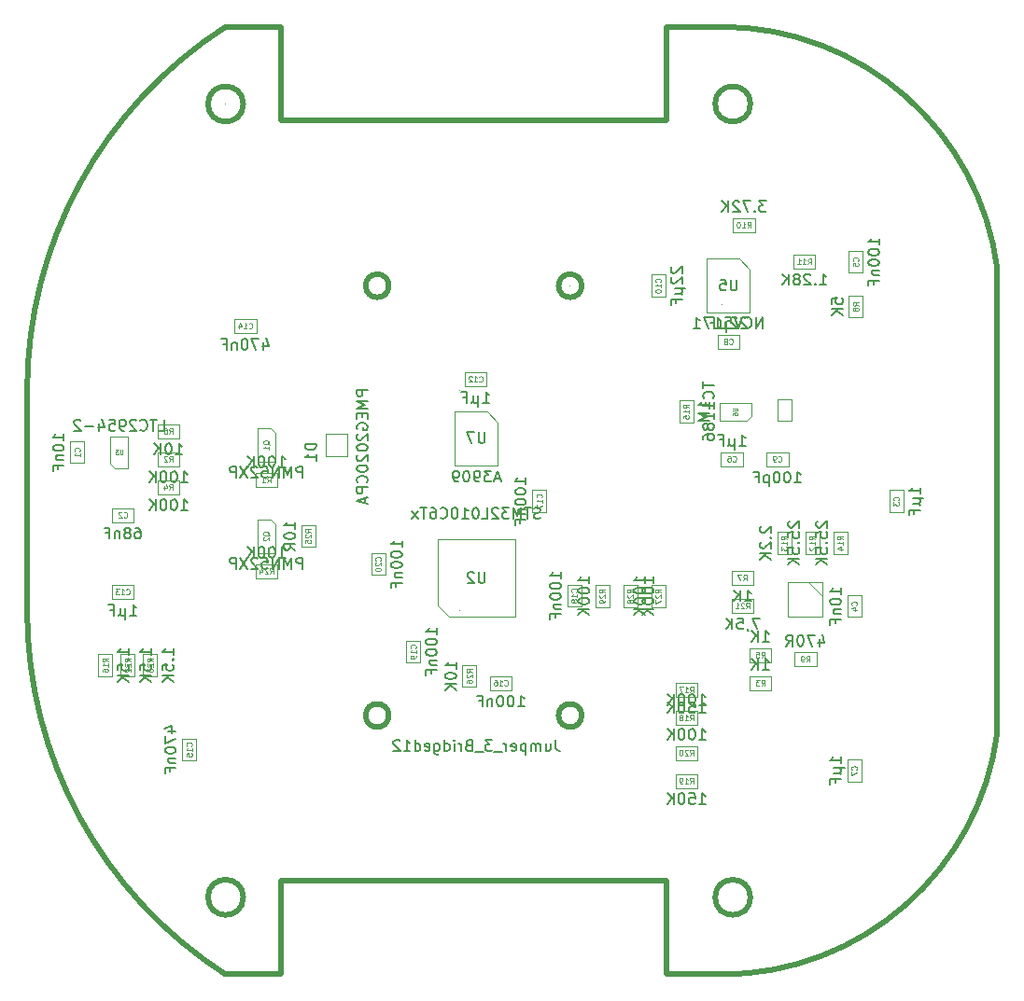
<source format=gbr>
%TF.GenerationSoftware,KiCad,Pcbnew,6.0.7-f9a2dced07~116~ubuntu20.04.1*%
%TF.CreationDate,2022-08-31T16:11:48+02:00*%
%TF.ProjectId,dumber-v3,64756d62-6572-42d7-9633-2e6b69636164,1.1*%
%TF.SameCoordinates,Original*%
%TF.FileFunction,AssemblyDrawing,Bot*%
%FSLAX46Y46*%
G04 Gerber Fmt 4.6, Leading zero omitted, Abs format (unit mm)*
G04 Created by KiCad (PCBNEW 6.0.7-f9a2dced07~116~ubuntu20.04.1) date 2022-08-31 16:11:48*
%MOMM*%
%LPD*%
G01*
G04 APERTURE LIST*
%TA.AperFunction,Profile*%
%ADD10C,0.010050*%
%TD*%
%TA.AperFunction,Profile*%
%ADD11C,0.500000*%
%TD*%
%ADD12C,0.150000*%
%ADD13C,0.080000*%
%ADD14C,0.060000*%
%ADD15C,0.075000*%
%ADD16C,0.100000*%
G04 APERTURE END LIST*
D10*
X173755025Y-70000000D02*
G75*
G03*
X173755025Y-70000000I-5025J0D01*
G01*
X141505025Y-86500000D02*
G75*
G03*
X141505025Y-86500000I-5025J0D01*
G01*
D11*
X175350000Y-70000000D02*
G75*
G03*
X175350000Y-70000000I-1600000J0D01*
G01*
X142550000Y-86500000D02*
G75*
G03*
X142550000Y-86500000I-1050000J0D01*
G01*
X167750000Y-63000000D02*
X167750000Y-71500000D01*
X109750000Y-96000000D02*
X109750000Y-116000000D01*
X129350000Y-142000000D02*
G75*
G03*
X129350000Y-142000000I-1600000J0D01*
G01*
X127750000Y-63000000D02*
G75*
G03*
X109750000Y-96000000I21250000J-33000000D01*
G01*
X197750000Y-127000000D02*
X197750000Y-85000000D01*
X129350000Y-70000000D02*
G75*
G03*
X129350000Y-70000000I-1600000J0D01*
G01*
X167750000Y-149000000D02*
X172750000Y-149000000D01*
X172750000Y-63000000D02*
X167750000Y-63000000D01*
D10*
X172755025Y-123795455D02*
G75*
G03*
X172755025Y-123795455I-5025J0D01*
G01*
X159005025Y-125500000D02*
G75*
G03*
X159005025Y-125500000I-5025J0D01*
G01*
X159005025Y-86500000D02*
G75*
G03*
X159005025Y-86500000I-5025J0D01*
G01*
X172755025Y-88204545D02*
G75*
G03*
X172755025Y-88204545I-5025J0D01*
G01*
X149005025Y-116000000D02*
G75*
G03*
X149005025Y-116000000I-5025J0D01*
G01*
D11*
X132750000Y-149000000D02*
X132750000Y-140500000D01*
X167750000Y-140500000D02*
X167750000Y-149000000D01*
X127750000Y-149000000D02*
X132750000Y-149000000D01*
X167750000Y-71500000D02*
X132750000Y-71500000D01*
D10*
X127755025Y-70000000D02*
G75*
G03*
X127755025Y-70000000I-5025J0D01*
G01*
D11*
X109750000Y-116000000D02*
G75*
G03*
X127750000Y-149000000I39250000J0D01*
G01*
X175350000Y-142000000D02*
G75*
G03*
X175350000Y-142000000I-1600000J0D01*
G01*
D10*
X149005025Y-96000000D02*
G75*
G03*
X149005025Y-96000000I-5025J0D01*
G01*
D11*
X132750000Y-63000000D02*
X127750000Y-63000000D01*
X132750000Y-71500000D02*
X132750000Y-63000000D01*
X197750047Y-84999994D02*
G75*
G03*
X172750000Y-63000000I-25000047J-3204606D01*
G01*
X160050000Y-86500000D02*
G75*
G03*
X160050000Y-86500000I-1050000J0D01*
G01*
D10*
X173755025Y-142000000D02*
G75*
G03*
X173755025Y-142000000I-5025J0D01*
G01*
X141505025Y-125500000D02*
G75*
G03*
X141505025Y-125500000I-5025J0D01*
G01*
D11*
X132750000Y-140500000D02*
X167750000Y-140500000D01*
X160050000Y-125500000D02*
G75*
G03*
X160050000Y-125500000I-1050000J0D01*
G01*
X142550000Y-125500000D02*
G75*
G03*
X142550000Y-125500000I-1050000J0D01*
G01*
X172750000Y-149000005D02*
G75*
G03*
X197750000Y-127000000I0J25204545D01*
G01*
D10*
X127755025Y-142000000D02*
G75*
G03*
X127755025Y-142000000I-5025J0D01*
G01*
D12*
%TO.C,D1*%
X140647380Y-95945952D02*
X139647380Y-95945952D01*
X139647380Y-96326904D01*
X139695000Y-96422142D01*
X139742619Y-96469761D01*
X139837857Y-96517380D01*
X139980714Y-96517380D01*
X140075952Y-96469761D01*
X140123571Y-96422142D01*
X140171190Y-96326904D01*
X140171190Y-95945952D01*
X140647380Y-96945952D02*
X139647380Y-96945952D01*
X140361666Y-97279285D01*
X139647380Y-97612619D01*
X140647380Y-97612619D01*
X140123571Y-98088809D02*
X140123571Y-98422142D01*
X140647380Y-98565000D02*
X140647380Y-98088809D01*
X139647380Y-98088809D01*
X139647380Y-98565000D01*
X139695000Y-99517380D02*
X139647380Y-99422142D01*
X139647380Y-99279285D01*
X139695000Y-99136428D01*
X139790238Y-99041190D01*
X139885476Y-98993571D01*
X140075952Y-98945952D01*
X140218809Y-98945952D01*
X140409285Y-98993571D01*
X140504523Y-99041190D01*
X140599761Y-99136428D01*
X140647380Y-99279285D01*
X140647380Y-99374523D01*
X140599761Y-99517380D01*
X140552142Y-99565000D01*
X140218809Y-99565000D01*
X140218809Y-99374523D01*
X139742619Y-99945952D02*
X139695000Y-99993571D01*
X139647380Y-100088809D01*
X139647380Y-100326904D01*
X139695000Y-100422142D01*
X139742619Y-100469761D01*
X139837857Y-100517380D01*
X139933095Y-100517380D01*
X140075952Y-100469761D01*
X140647380Y-99898333D01*
X140647380Y-100517380D01*
X139647380Y-101136428D02*
X139647380Y-101231666D01*
X139695000Y-101326904D01*
X139742619Y-101374523D01*
X139837857Y-101422142D01*
X140028333Y-101469761D01*
X140266428Y-101469761D01*
X140456904Y-101422142D01*
X140552142Y-101374523D01*
X140599761Y-101326904D01*
X140647380Y-101231666D01*
X140647380Y-101136428D01*
X140599761Y-101041190D01*
X140552142Y-100993571D01*
X140456904Y-100945952D01*
X140266428Y-100898333D01*
X140028333Y-100898333D01*
X139837857Y-100945952D01*
X139742619Y-100993571D01*
X139695000Y-101041190D01*
X139647380Y-101136428D01*
X139742619Y-101850714D02*
X139695000Y-101898333D01*
X139647380Y-101993571D01*
X139647380Y-102231666D01*
X139695000Y-102326904D01*
X139742619Y-102374523D01*
X139837857Y-102422142D01*
X139933095Y-102422142D01*
X140075952Y-102374523D01*
X140647380Y-101803095D01*
X140647380Y-102422142D01*
X139647380Y-103041190D02*
X139647380Y-103136428D01*
X139695000Y-103231666D01*
X139742619Y-103279285D01*
X139837857Y-103326904D01*
X140028333Y-103374523D01*
X140266428Y-103374523D01*
X140456904Y-103326904D01*
X140552142Y-103279285D01*
X140599761Y-103231666D01*
X140647380Y-103136428D01*
X140647380Y-103041190D01*
X140599761Y-102945952D01*
X140552142Y-102898333D01*
X140456904Y-102850714D01*
X140266428Y-102803095D01*
X140028333Y-102803095D01*
X139837857Y-102850714D01*
X139742619Y-102898333D01*
X139695000Y-102945952D01*
X139647380Y-103041190D01*
X140552142Y-104374523D02*
X140599761Y-104326904D01*
X140647380Y-104184047D01*
X140647380Y-104088809D01*
X140599761Y-103945952D01*
X140504523Y-103850714D01*
X140409285Y-103803095D01*
X140218809Y-103755476D01*
X140075952Y-103755476D01*
X139885476Y-103803095D01*
X139790238Y-103850714D01*
X139695000Y-103945952D01*
X139647380Y-104088809D01*
X139647380Y-104184047D01*
X139695000Y-104326904D01*
X139742619Y-104374523D01*
X140647380Y-104803095D02*
X139647380Y-104803095D01*
X139647380Y-105184047D01*
X139695000Y-105279285D01*
X139742619Y-105326904D01*
X139837857Y-105374523D01*
X139980714Y-105374523D01*
X140075952Y-105326904D01*
X140123571Y-105279285D01*
X140171190Y-105184047D01*
X140171190Y-104803095D01*
X140361666Y-105755476D02*
X140361666Y-106231666D01*
X140647380Y-105660238D02*
X139647380Y-105993571D01*
X140647380Y-106326904D01*
X135947380Y-100826904D02*
X134947380Y-100826904D01*
X134947380Y-101065000D01*
X134995000Y-101207857D01*
X135090238Y-101303095D01*
X135185476Y-101350714D01*
X135375952Y-101398333D01*
X135518809Y-101398333D01*
X135709285Y-101350714D01*
X135804523Y-101303095D01*
X135899761Y-101207857D01*
X135947380Y-101065000D01*
X135947380Y-100826904D01*
X135947380Y-102350714D02*
X135947380Y-101779285D01*
X135947380Y-102065000D02*
X134947380Y-102065000D01*
X135090238Y-101969761D01*
X135185476Y-101874523D01*
X135233095Y-101779285D01*
%TO.C,C17*%
X154982380Y-104497380D02*
X154982380Y-103925952D01*
X154982380Y-104211666D02*
X153982380Y-104211666D01*
X154125238Y-104116428D01*
X154220476Y-104021190D01*
X154268095Y-103925952D01*
X153982380Y-105116428D02*
X153982380Y-105211666D01*
X154030000Y-105306904D01*
X154077619Y-105354523D01*
X154172857Y-105402142D01*
X154363333Y-105449761D01*
X154601428Y-105449761D01*
X154791904Y-105402142D01*
X154887142Y-105354523D01*
X154934761Y-105306904D01*
X154982380Y-105211666D01*
X154982380Y-105116428D01*
X154934761Y-105021190D01*
X154887142Y-104973571D01*
X154791904Y-104925952D01*
X154601428Y-104878333D01*
X154363333Y-104878333D01*
X154172857Y-104925952D01*
X154077619Y-104973571D01*
X154030000Y-105021190D01*
X153982380Y-105116428D01*
X153982380Y-106068809D02*
X153982380Y-106164047D01*
X154030000Y-106259285D01*
X154077619Y-106306904D01*
X154172857Y-106354523D01*
X154363333Y-106402142D01*
X154601428Y-106402142D01*
X154791904Y-106354523D01*
X154887142Y-106306904D01*
X154934761Y-106259285D01*
X154982380Y-106164047D01*
X154982380Y-106068809D01*
X154934761Y-105973571D01*
X154887142Y-105925952D01*
X154791904Y-105878333D01*
X154601428Y-105830714D01*
X154363333Y-105830714D01*
X154172857Y-105878333D01*
X154077619Y-105925952D01*
X154030000Y-105973571D01*
X153982380Y-106068809D01*
X154315714Y-106830714D02*
X154982380Y-106830714D01*
X154410952Y-106830714D02*
X154363333Y-106878333D01*
X154315714Y-106973571D01*
X154315714Y-107116428D01*
X154363333Y-107211666D01*
X154458571Y-107259285D01*
X154982380Y-107259285D01*
X154458571Y-108068809D02*
X154458571Y-107735476D01*
X154982380Y-107735476D02*
X153982380Y-107735476D01*
X153982380Y-108211666D01*
D13*
X156388571Y-105723571D02*
X156412380Y-105699761D01*
X156436190Y-105628333D01*
X156436190Y-105580714D01*
X156412380Y-105509285D01*
X156364761Y-105461666D01*
X156317142Y-105437857D01*
X156221904Y-105414047D01*
X156150476Y-105414047D01*
X156055238Y-105437857D01*
X156007619Y-105461666D01*
X155960000Y-105509285D01*
X155936190Y-105580714D01*
X155936190Y-105628333D01*
X155960000Y-105699761D01*
X155983809Y-105723571D01*
X156436190Y-106199761D02*
X156436190Y-105914047D01*
X156436190Y-106056904D02*
X155936190Y-106056904D01*
X156007619Y-106009285D01*
X156055238Y-105961666D01*
X156079047Y-105914047D01*
X155936190Y-106366428D02*
X155936190Y-106699761D01*
X156436190Y-106485476D01*
D12*
%TO.C,R10*%
X176775809Y-78802380D02*
X176156761Y-78802380D01*
X176490095Y-79183333D01*
X176347238Y-79183333D01*
X176252000Y-79230952D01*
X176204380Y-79278571D01*
X176156761Y-79373809D01*
X176156761Y-79611904D01*
X176204380Y-79707142D01*
X176252000Y-79754761D01*
X176347238Y-79802380D01*
X176632952Y-79802380D01*
X176728190Y-79754761D01*
X176775809Y-79707142D01*
X175728190Y-79707142D02*
X175680571Y-79754761D01*
X175728190Y-79802380D01*
X175775809Y-79754761D01*
X175728190Y-79707142D01*
X175728190Y-79802380D01*
X175347238Y-78802380D02*
X174680571Y-78802380D01*
X175109142Y-79802380D01*
X174347238Y-78897619D02*
X174299619Y-78850000D01*
X174204380Y-78802380D01*
X173966285Y-78802380D01*
X173871047Y-78850000D01*
X173823428Y-78897619D01*
X173775809Y-78992857D01*
X173775809Y-79088095D01*
X173823428Y-79230952D01*
X174394857Y-79802380D01*
X173775809Y-79802380D01*
X173347238Y-79802380D02*
X173347238Y-78802380D01*
X172775809Y-79802380D02*
X173204380Y-79230952D01*
X172775809Y-78802380D02*
X173347238Y-79373809D01*
D13*
X175073428Y-81226190D02*
X175240095Y-80988095D01*
X175359142Y-81226190D02*
X175359142Y-80726190D01*
X175168666Y-80726190D01*
X175121047Y-80750000D01*
X175097238Y-80773809D01*
X175073428Y-80821428D01*
X175073428Y-80892857D01*
X175097238Y-80940476D01*
X175121047Y-80964285D01*
X175168666Y-80988095D01*
X175359142Y-80988095D01*
X174597238Y-81226190D02*
X174882952Y-81226190D01*
X174740095Y-81226190D02*
X174740095Y-80726190D01*
X174787714Y-80797619D01*
X174835333Y-80845238D01*
X174882952Y-80869047D01*
X174287714Y-80726190D02*
X174240095Y-80726190D01*
X174192476Y-80750000D01*
X174168666Y-80773809D01*
X174144857Y-80821428D01*
X174121047Y-80916666D01*
X174121047Y-81035714D01*
X174144857Y-81130952D01*
X174168666Y-81178571D01*
X174192476Y-81202380D01*
X174240095Y-81226190D01*
X174287714Y-81226190D01*
X174335333Y-81202380D01*
X174359142Y-81178571D01*
X174382952Y-81130952D01*
X174406761Y-81035714D01*
X174406761Y-80916666D01*
X174382952Y-80821428D01*
X174359142Y-80773809D01*
X174335333Y-80750000D01*
X174287714Y-80726190D01*
D12*
%TO.C,U2*%
X156280714Y-107584761D02*
X156137857Y-107632380D01*
X155899761Y-107632380D01*
X155804523Y-107584761D01*
X155756904Y-107537142D01*
X155709285Y-107441904D01*
X155709285Y-107346666D01*
X155756904Y-107251428D01*
X155804523Y-107203809D01*
X155899761Y-107156190D01*
X156090238Y-107108571D01*
X156185476Y-107060952D01*
X156233095Y-107013333D01*
X156280714Y-106918095D01*
X156280714Y-106822857D01*
X156233095Y-106727619D01*
X156185476Y-106680000D01*
X156090238Y-106632380D01*
X155852142Y-106632380D01*
X155709285Y-106680000D01*
X155423571Y-106632380D02*
X154852142Y-106632380D01*
X155137857Y-107632380D02*
X155137857Y-106632380D01*
X154518809Y-107632380D02*
X154518809Y-106632380D01*
X154185476Y-107346666D01*
X153852142Y-106632380D01*
X153852142Y-107632380D01*
X153471190Y-106632380D02*
X152852142Y-106632380D01*
X153185476Y-107013333D01*
X153042619Y-107013333D01*
X152947380Y-107060952D01*
X152899761Y-107108571D01*
X152852142Y-107203809D01*
X152852142Y-107441904D01*
X152899761Y-107537142D01*
X152947380Y-107584761D01*
X153042619Y-107632380D01*
X153328333Y-107632380D01*
X153423571Y-107584761D01*
X153471190Y-107537142D01*
X152471190Y-106727619D02*
X152423571Y-106680000D01*
X152328333Y-106632380D01*
X152090238Y-106632380D01*
X151995000Y-106680000D01*
X151947380Y-106727619D01*
X151899761Y-106822857D01*
X151899761Y-106918095D01*
X151947380Y-107060952D01*
X152518809Y-107632380D01*
X151899761Y-107632380D01*
X150995000Y-107632380D02*
X151471190Y-107632380D01*
X151471190Y-106632380D01*
X150471190Y-106632380D02*
X150375952Y-106632380D01*
X150280714Y-106680000D01*
X150233095Y-106727619D01*
X150185476Y-106822857D01*
X150137857Y-107013333D01*
X150137857Y-107251428D01*
X150185476Y-107441904D01*
X150233095Y-107537142D01*
X150280714Y-107584761D01*
X150375952Y-107632380D01*
X150471190Y-107632380D01*
X150566428Y-107584761D01*
X150614047Y-107537142D01*
X150661666Y-107441904D01*
X150709285Y-107251428D01*
X150709285Y-107013333D01*
X150661666Y-106822857D01*
X150614047Y-106727619D01*
X150566428Y-106680000D01*
X150471190Y-106632380D01*
X149185476Y-107632380D02*
X149756904Y-107632380D01*
X149471190Y-107632380D02*
X149471190Y-106632380D01*
X149566428Y-106775238D01*
X149661666Y-106870476D01*
X149756904Y-106918095D01*
X148566428Y-106632380D02*
X148471190Y-106632380D01*
X148375952Y-106680000D01*
X148328333Y-106727619D01*
X148280714Y-106822857D01*
X148233095Y-107013333D01*
X148233095Y-107251428D01*
X148280714Y-107441904D01*
X148328333Y-107537142D01*
X148375952Y-107584761D01*
X148471190Y-107632380D01*
X148566428Y-107632380D01*
X148661666Y-107584761D01*
X148709285Y-107537142D01*
X148756904Y-107441904D01*
X148804523Y-107251428D01*
X148804523Y-107013333D01*
X148756904Y-106822857D01*
X148709285Y-106727619D01*
X148661666Y-106680000D01*
X148566428Y-106632380D01*
X147233095Y-107537142D02*
X147280714Y-107584761D01*
X147423571Y-107632380D01*
X147518809Y-107632380D01*
X147661666Y-107584761D01*
X147756904Y-107489523D01*
X147804523Y-107394285D01*
X147852142Y-107203809D01*
X147852142Y-107060952D01*
X147804523Y-106870476D01*
X147756904Y-106775238D01*
X147661666Y-106680000D01*
X147518809Y-106632380D01*
X147423571Y-106632380D01*
X147280714Y-106680000D01*
X147233095Y-106727619D01*
X146375952Y-106632380D02*
X146566428Y-106632380D01*
X146661666Y-106680000D01*
X146709285Y-106727619D01*
X146804523Y-106870476D01*
X146852142Y-107060952D01*
X146852142Y-107441904D01*
X146804523Y-107537142D01*
X146756904Y-107584761D01*
X146661666Y-107632380D01*
X146471190Y-107632380D01*
X146375952Y-107584761D01*
X146328333Y-107537142D01*
X146280714Y-107441904D01*
X146280714Y-107203809D01*
X146328333Y-107108571D01*
X146375952Y-107060952D01*
X146471190Y-107013333D01*
X146661666Y-107013333D01*
X146756904Y-107060952D01*
X146804523Y-107108571D01*
X146852142Y-107203809D01*
X145995000Y-106632380D02*
X145423571Y-106632380D01*
X145709285Y-107632380D02*
X145709285Y-106632380D01*
X145185476Y-107632380D02*
X144661666Y-106965714D01*
X145185476Y-106965714D02*
X144661666Y-107632380D01*
X151256904Y-112482380D02*
X151256904Y-113291904D01*
X151209285Y-113387142D01*
X151161666Y-113434761D01*
X151066428Y-113482380D01*
X150875952Y-113482380D01*
X150780714Y-113434761D01*
X150733095Y-113387142D01*
X150685476Y-113291904D01*
X150685476Y-112482380D01*
X150256904Y-112577619D02*
X150209285Y-112530000D01*
X150114047Y-112482380D01*
X149875952Y-112482380D01*
X149780714Y-112530000D01*
X149733095Y-112577619D01*
X149685476Y-112672857D01*
X149685476Y-112768095D01*
X149733095Y-112910952D01*
X150304523Y-113482380D01*
X149685476Y-113482380D01*
%TO.C,C4*%
X183557380Y-114498571D02*
X183557380Y-113927142D01*
X183557380Y-114212857D02*
X182557380Y-114212857D01*
X182700238Y-114117619D01*
X182795476Y-114022380D01*
X182843095Y-113927142D01*
X182557380Y-115117619D02*
X182557380Y-115212857D01*
X182605000Y-115308095D01*
X182652619Y-115355714D01*
X182747857Y-115403333D01*
X182938333Y-115450952D01*
X183176428Y-115450952D01*
X183366904Y-115403333D01*
X183462142Y-115355714D01*
X183509761Y-115308095D01*
X183557380Y-115212857D01*
X183557380Y-115117619D01*
X183509761Y-115022380D01*
X183462142Y-114974761D01*
X183366904Y-114927142D01*
X183176428Y-114879523D01*
X182938333Y-114879523D01*
X182747857Y-114927142D01*
X182652619Y-114974761D01*
X182605000Y-115022380D01*
X182557380Y-115117619D01*
X182890714Y-115879523D02*
X183557380Y-115879523D01*
X182985952Y-115879523D02*
X182938333Y-115927142D01*
X182890714Y-116022380D01*
X182890714Y-116165238D01*
X182938333Y-116260476D01*
X183033571Y-116308095D01*
X183557380Y-116308095D01*
X183033571Y-117117619D02*
X183033571Y-116784285D01*
X183557380Y-116784285D02*
X182557380Y-116784285D01*
X182557380Y-117260476D01*
D13*
X184963571Y-115486666D02*
X184987380Y-115462857D01*
X185011190Y-115391428D01*
X185011190Y-115343809D01*
X184987380Y-115272380D01*
X184939761Y-115224761D01*
X184892142Y-115200952D01*
X184796904Y-115177142D01*
X184725476Y-115177142D01*
X184630238Y-115200952D01*
X184582619Y-115224761D01*
X184535000Y-115272380D01*
X184511190Y-115343809D01*
X184511190Y-115391428D01*
X184535000Y-115462857D01*
X184558809Y-115486666D01*
X184677857Y-115915238D02*
X185011190Y-115915238D01*
X184487380Y-115796190D02*
X184844523Y-115677142D01*
X184844523Y-115986666D01*
D12*
%TO.C,R7*%
X174839285Y-115132380D02*
X175410714Y-115132380D01*
X175125000Y-115132380D02*
X175125000Y-114132380D01*
X175220238Y-114275238D01*
X175315476Y-114370476D01*
X175410714Y-114418095D01*
X174410714Y-115132380D02*
X174410714Y-114132380D01*
X173839285Y-115132380D02*
X174267857Y-114560952D01*
X173839285Y-114132380D02*
X174410714Y-114703809D01*
D13*
X174708333Y-113256190D02*
X174875000Y-113018095D01*
X174994047Y-113256190D02*
X174994047Y-112756190D01*
X174803571Y-112756190D01*
X174755952Y-112780000D01*
X174732142Y-112803809D01*
X174708333Y-112851428D01*
X174708333Y-112922857D01*
X174732142Y-112970476D01*
X174755952Y-112994285D01*
X174803571Y-113018095D01*
X174994047Y-113018095D01*
X174541666Y-112756190D02*
X174208333Y-112756190D01*
X174422619Y-113256190D01*
D12*
%TO.C,C20*%
X143737380Y-110212380D02*
X143737380Y-109640952D01*
X143737380Y-109926666D02*
X142737380Y-109926666D01*
X142880238Y-109831428D01*
X142975476Y-109736190D01*
X143023095Y-109640952D01*
X142737380Y-110831428D02*
X142737380Y-110926666D01*
X142785000Y-111021904D01*
X142832619Y-111069523D01*
X142927857Y-111117142D01*
X143118333Y-111164761D01*
X143356428Y-111164761D01*
X143546904Y-111117142D01*
X143642142Y-111069523D01*
X143689761Y-111021904D01*
X143737380Y-110926666D01*
X143737380Y-110831428D01*
X143689761Y-110736190D01*
X143642142Y-110688571D01*
X143546904Y-110640952D01*
X143356428Y-110593333D01*
X143118333Y-110593333D01*
X142927857Y-110640952D01*
X142832619Y-110688571D01*
X142785000Y-110736190D01*
X142737380Y-110831428D01*
X142737380Y-111783809D02*
X142737380Y-111879047D01*
X142785000Y-111974285D01*
X142832619Y-112021904D01*
X142927857Y-112069523D01*
X143118333Y-112117142D01*
X143356428Y-112117142D01*
X143546904Y-112069523D01*
X143642142Y-112021904D01*
X143689761Y-111974285D01*
X143737380Y-111879047D01*
X143737380Y-111783809D01*
X143689761Y-111688571D01*
X143642142Y-111640952D01*
X143546904Y-111593333D01*
X143356428Y-111545714D01*
X143118333Y-111545714D01*
X142927857Y-111593333D01*
X142832619Y-111640952D01*
X142785000Y-111688571D01*
X142737380Y-111783809D01*
X143070714Y-112545714D02*
X143737380Y-112545714D01*
X143165952Y-112545714D02*
X143118333Y-112593333D01*
X143070714Y-112688571D01*
X143070714Y-112831428D01*
X143118333Y-112926666D01*
X143213571Y-112974285D01*
X143737380Y-112974285D01*
X143213571Y-113783809D02*
X143213571Y-113450476D01*
X143737380Y-113450476D02*
X142737380Y-113450476D01*
X142737380Y-113926666D01*
D13*
X141783571Y-111438571D02*
X141807380Y-111414761D01*
X141831190Y-111343333D01*
X141831190Y-111295714D01*
X141807380Y-111224285D01*
X141759761Y-111176666D01*
X141712142Y-111152857D01*
X141616904Y-111129047D01*
X141545476Y-111129047D01*
X141450238Y-111152857D01*
X141402619Y-111176666D01*
X141355000Y-111224285D01*
X141331190Y-111295714D01*
X141331190Y-111343333D01*
X141355000Y-111414761D01*
X141378809Y-111438571D01*
X141378809Y-111629047D02*
X141355000Y-111652857D01*
X141331190Y-111700476D01*
X141331190Y-111819523D01*
X141355000Y-111867142D01*
X141378809Y-111890952D01*
X141426428Y-111914761D01*
X141474047Y-111914761D01*
X141545476Y-111890952D01*
X141831190Y-111605238D01*
X141831190Y-111914761D01*
X141331190Y-112224285D02*
X141331190Y-112271904D01*
X141355000Y-112319523D01*
X141378809Y-112343333D01*
X141426428Y-112367142D01*
X141521666Y-112390952D01*
X141640714Y-112390952D01*
X141735952Y-112367142D01*
X141783571Y-112343333D01*
X141807380Y-112319523D01*
X141831190Y-112271904D01*
X141831190Y-112224285D01*
X141807380Y-112176666D01*
X141783571Y-112152857D01*
X141735952Y-112129047D01*
X141640714Y-112105238D01*
X141521666Y-112105238D01*
X141426428Y-112129047D01*
X141378809Y-112152857D01*
X141355000Y-112176666D01*
X141331190Y-112224285D01*
D12*
%TO.C,R17*%
X170711666Y-125292380D02*
X171283095Y-125292380D01*
X170997380Y-125292380D02*
X170997380Y-124292380D01*
X171092619Y-124435238D01*
X171187857Y-124530476D01*
X171283095Y-124578095D01*
X169806904Y-124292380D02*
X170283095Y-124292380D01*
X170330714Y-124768571D01*
X170283095Y-124720952D01*
X170187857Y-124673333D01*
X169949761Y-124673333D01*
X169854523Y-124720952D01*
X169806904Y-124768571D01*
X169759285Y-124863809D01*
X169759285Y-125101904D01*
X169806904Y-125197142D01*
X169854523Y-125244761D01*
X169949761Y-125292380D01*
X170187857Y-125292380D01*
X170283095Y-125244761D01*
X170330714Y-125197142D01*
X169140238Y-124292380D02*
X169045000Y-124292380D01*
X168949761Y-124340000D01*
X168902142Y-124387619D01*
X168854523Y-124482857D01*
X168806904Y-124673333D01*
X168806904Y-124911428D01*
X168854523Y-125101904D01*
X168902142Y-125197142D01*
X168949761Y-125244761D01*
X169045000Y-125292380D01*
X169140238Y-125292380D01*
X169235476Y-125244761D01*
X169283095Y-125197142D01*
X169330714Y-125101904D01*
X169378333Y-124911428D01*
X169378333Y-124673333D01*
X169330714Y-124482857D01*
X169283095Y-124387619D01*
X169235476Y-124340000D01*
X169140238Y-124292380D01*
X168378333Y-125292380D02*
X168378333Y-124292380D01*
X167806904Y-125292380D02*
X168235476Y-124720952D01*
X167806904Y-124292380D02*
X168378333Y-124863809D01*
D13*
X169866428Y-123416190D02*
X170033095Y-123178095D01*
X170152142Y-123416190D02*
X170152142Y-122916190D01*
X169961666Y-122916190D01*
X169914047Y-122940000D01*
X169890238Y-122963809D01*
X169866428Y-123011428D01*
X169866428Y-123082857D01*
X169890238Y-123130476D01*
X169914047Y-123154285D01*
X169961666Y-123178095D01*
X170152142Y-123178095D01*
X169390238Y-123416190D02*
X169675952Y-123416190D01*
X169533095Y-123416190D02*
X169533095Y-122916190D01*
X169580714Y-122987619D01*
X169628333Y-123035238D01*
X169675952Y-123059047D01*
X169223571Y-122916190D02*
X168890238Y-122916190D01*
X169104523Y-123416190D01*
D12*
%TO.C,C6*%
X174341666Y-101007380D02*
X174913095Y-101007380D01*
X174627380Y-101007380D02*
X174627380Y-100007380D01*
X174722619Y-100150238D01*
X174817857Y-100245476D01*
X174913095Y-100293095D01*
X173913095Y-100340714D02*
X173913095Y-101340714D01*
X173436904Y-100864523D02*
X173389285Y-100959761D01*
X173294047Y-101007380D01*
X173913095Y-100864523D02*
X173865476Y-100959761D01*
X173770238Y-101007380D01*
X173579761Y-101007380D01*
X173484523Y-100959761D01*
X173436904Y-100864523D01*
X173436904Y-100340714D01*
X172532142Y-100483571D02*
X172865476Y-100483571D01*
X172865476Y-101007380D02*
X172865476Y-100007380D01*
X172389285Y-100007380D01*
D13*
X173758333Y-102413571D02*
X173782142Y-102437380D01*
X173853571Y-102461190D01*
X173901190Y-102461190D01*
X173972619Y-102437380D01*
X174020238Y-102389761D01*
X174044047Y-102342142D01*
X174067857Y-102246904D01*
X174067857Y-102175476D01*
X174044047Y-102080238D01*
X174020238Y-102032619D01*
X173972619Y-101985000D01*
X173901190Y-101961190D01*
X173853571Y-101961190D01*
X173782142Y-101985000D01*
X173758333Y-102008809D01*
X173329761Y-101961190D02*
X173425000Y-101961190D01*
X173472619Y-101985000D01*
X173496428Y-102008809D01*
X173544047Y-102080238D01*
X173567857Y-102175476D01*
X173567857Y-102365952D01*
X173544047Y-102413571D01*
X173520238Y-102437380D01*
X173472619Y-102461190D01*
X173377380Y-102461190D01*
X173329761Y-102437380D01*
X173305952Y-102413571D01*
X173282142Y-102365952D01*
X173282142Y-102246904D01*
X173305952Y-102199285D01*
X173329761Y-102175476D01*
X173377380Y-102151666D01*
X173472619Y-102151666D01*
X173520238Y-102175476D01*
X173544047Y-102199285D01*
X173567857Y-102246904D01*
D12*
%TO.C,R3*%
X176466785Y-121357380D02*
X177038214Y-121357380D01*
X176752500Y-121357380D02*
X176752500Y-120357380D01*
X176847738Y-120500238D01*
X176942976Y-120595476D01*
X177038214Y-120643095D01*
X176038214Y-121357380D02*
X176038214Y-120357380D01*
X175466785Y-121357380D02*
X175895357Y-120785952D01*
X175466785Y-120357380D02*
X176038214Y-120928809D01*
D13*
X176335833Y-122781190D02*
X176502500Y-122543095D01*
X176621547Y-122781190D02*
X176621547Y-122281190D01*
X176431071Y-122281190D01*
X176383452Y-122305000D01*
X176359642Y-122328809D01*
X176335833Y-122376428D01*
X176335833Y-122447857D01*
X176359642Y-122495476D01*
X176383452Y-122519285D01*
X176431071Y-122543095D01*
X176621547Y-122543095D01*
X176169166Y-122281190D02*
X175859642Y-122281190D01*
X176026309Y-122471666D01*
X175954880Y-122471666D01*
X175907261Y-122495476D01*
X175883452Y-122519285D01*
X175859642Y-122566904D01*
X175859642Y-122685952D01*
X175883452Y-122733571D01*
X175907261Y-122757380D01*
X175954880Y-122781190D01*
X176097738Y-122781190D01*
X176145357Y-122757380D01*
X176169166Y-122733571D01*
D12*
%TO.C,C19*%
X146912380Y-118152380D02*
X146912380Y-117580952D01*
X146912380Y-117866666D02*
X145912380Y-117866666D01*
X146055238Y-117771428D01*
X146150476Y-117676190D01*
X146198095Y-117580952D01*
X145912380Y-118771428D02*
X145912380Y-118866666D01*
X145960000Y-118961904D01*
X146007619Y-119009523D01*
X146102857Y-119057142D01*
X146293333Y-119104761D01*
X146531428Y-119104761D01*
X146721904Y-119057142D01*
X146817142Y-119009523D01*
X146864761Y-118961904D01*
X146912380Y-118866666D01*
X146912380Y-118771428D01*
X146864761Y-118676190D01*
X146817142Y-118628571D01*
X146721904Y-118580952D01*
X146531428Y-118533333D01*
X146293333Y-118533333D01*
X146102857Y-118580952D01*
X146007619Y-118628571D01*
X145960000Y-118676190D01*
X145912380Y-118771428D01*
X145912380Y-119723809D02*
X145912380Y-119819047D01*
X145960000Y-119914285D01*
X146007619Y-119961904D01*
X146102857Y-120009523D01*
X146293333Y-120057142D01*
X146531428Y-120057142D01*
X146721904Y-120009523D01*
X146817142Y-119961904D01*
X146864761Y-119914285D01*
X146912380Y-119819047D01*
X146912380Y-119723809D01*
X146864761Y-119628571D01*
X146817142Y-119580952D01*
X146721904Y-119533333D01*
X146531428Y-119485714D01*
X146293333Y-119485714D01*
X146102857Y-119533333D01*
X146007619Y-119580952D01*
X145960000Y-119628571D01*
X145912380Y-119723809D01*
X146245714Y-120485714D02*
X146912380Y-120485714D01*
X146340952Y-120485714D02*
X146293333Y-120533333D01*
X146245714Y-120628571D01*
X146245714Y-120771428D01*
X146293333Y-120866666D01*
X146388571Y-120914285D01*
X146912380Y-120914285D01*
X146388571Y-121723809D02*
X146388571Y-121390476D01*
X146912380Y-121390476D02*
X145912380Y-121390476D01*
X145912380Y-121866666D01*
D13*
X144958571Y-119378571D02*
X144982380Y-119354761D01*
X145006190Y-119283333D01*
X145006190Y-119235714D01*
X144982380Y-119164285D01*
X144934761Y-119116666D01*
X144887142Y-119092857D01*
X144791904Y-119069047D01*
X144720476Y-119069047D01*
X144625238Y-119092857D01*
X144577619Y-119116666D01*
X144530000Y-119164285D01*
X144506190Y-119235714D01*
X144506190Y-119283333D01*
X144530000Y-119354761D01*
X144553809Y-119378571D01*
X145006190Y-119854761D02*
X145006190Y-119569047D01*
X145006190Y-119711904D02*
X144506190Y-119711904D01*
X144577619Y-119664285D01*
X144625238Y-119616666D01*
X144649047Y-119569047D01*
X145006190Y-120092857D02*
X145006190Y-120188095D01*
X144982380Y-120235714D01*
X144958571Y-120259523D01*
X144887142Y-120307142D01*
X144791904Y-120330952D01*
X144601428Y-120330952D01*
X144553809Y-120307142D01*
X144530000Y-120283333D01*
X144506190Y-120235714D01*
X144506190Y-120140476D01*
X144530000Y-120092857D01*
X144553809Y-120069047D01*
X144601428Y-120045238D01*
X144720476Y-120045238D01*
X144768095Y-120069047D01*
X144791904Y-120092857D01*
X144815714Y-120140476D01*
X144815714Y-120235714D01*
X144791904Y-120283333D01*
X144768095Y-120307142D01*
X144720476Y-120330952D01*
D12*
%TO.C,U3*%
X121681428Y-99652380D02*
X122157619Y-99652380D01*
X122157619Y-98652380D01*
X121490952Y-98652380D02*
X120919523Y-98652380D01*
X121205238Y-99652380D02*
X121205238Y-98652380D01*
X120014761Y-99557142D02*
X120062380Y-99604761D01*
X120205238Y-99652380D01*
X120300476Y-99652380D01*
X120443333Y-99604761D01*
X120538571Y-99509523D01*
X120586190Y-99414285D01*
X120633809Y-99223809D01*
X120633809Y-99080952D01*
X120586190Y-98890476D01*
X120538571Y-98795238D01*
X120443333Y-98700000D01*
X120300476Y-98652380D01*
X120205238Y-98652380D01*
X120062380Y-98700000D01*
X120014761Y-98747619D01*
X119633809Y-98747619D02*
X119586190Y-98700000D01*
X119490952Y-98652380D01*
X119252857Y-98652380D01*
X119157619Y-98700000D01*
X119110000Y-98747619D01*
X119062380Y-98842857D01*
X119062380Y-98938095D01*
X119110000Y-99080952D01*
X119681428Y-99652380D01*
X119062380Y-99652380D01*
X118586190Y-99652380D02*
X118395714Y-99652380D01*
X118300476Y-99604761D01*
X118252857Y-99557142D01*
X118157619Y-99414285D01*
X118110000Y-99223809D01*
X118110000Y-98842857D01*
X118157619Y-98747619D01*
X118205238Y-98700000D01*
X118300476Y-98652380D01*
X118490952Y-98652380D01*
X118586190Y-98700000D01*
X118633809Y-98747619D01*
X118681428Y-98842857D01*
X118681428Y-99080952D01*
X118633809Y-99176190D01*
X118586190Y-99223809D01*
X118490952Y-99271428D01*
X118300476Y-99271428D01*
X118205238Y-99223809D01*
X118157619Y-99176190D01*
X118110000Y-99080952D01*
X117205238Y-98652380D02*
X117681428Y-98652380D01*
X117729047Y-99128571D01*
X117681428Y-99080952D01*
X117586190Y-99033333D01*
X117348095Y-99033333D01*
X117252857Y-99080952D01*
X117205238Y-99128571D01*
X117157619Y-99223809D01*
X117157619Y-99461904D01*
X117205238Y-99557142D01*
X117252857Y-99604761D01*
X117348095Y-99652380D01*
X117586190Y-99652380D01*
X117681428Y-99604761D01*
X117729047Y-99557142D01*
X116300476Y-98985714D02*
X116300476Y-99652380D01*
X116538571Y-98604761D02*
X116776666Y-99319047D01*
X116157619Y-99319047D01*
X115776666Y-99271428D02*
X115014761Y-99271428D01*
X114586190Y-98747619D02*
X114538571Y-98700000D01*
X114443333Y-98652380D01*
X114205238Y-98652380D01*
X114110000Y-98700000D01*
X114062380Y-98747619D01*
X114014761Y-98842857D01*
X114014761Y-98938095D01*
X114062380Y-99080952D01*
X114633809Y-99652380D01*
X114014761Y-99652380D01*
D14*
X118414761Y-101380952D02*
X118414761Y-101704761D01*
X118395714Y-101742857D01*
X118376666Y-101761904D01*
X118338571Y-101780952D01*
X118262380Y-101780952D01*
X118224285Y-101761904D01*
X118205238Y-101742857D01*
X118186190Y-101704761D01*
X118186190Y-101380952D01*
X118033809Y-101380952D02*
X117786190Y-101380952D01*
X117919523Y-101533333D01*
X117862380Y-101533333D01*
X117824285Y-101552380D01*
X117805238Y-101571428D01*
X117786190Y-101609523D01*
X117786190Y-101704761D01*
X117805238Y-101742857D01*
X117824285Y-101761904D01*
X117862380Y-101780952D01*
X117976666Y-101780952D01*
X118014761Y-101761904D01*
X118033809Y-101742857D01*
D12*
%TO.C,Q2*%
X134730714Y-112172380D02*
X134730714Y-111172380D01*
X134349761Y-111172380D01*
X134254523Y-111220000D01*
X134206904Y-111267619D01*
X134159285Y-111362857D01*
X134159285Y-111505714D01*
X134206904Y-111600952D01*
X134254523Y-111648571D01*
X134349761Y-111696190D01*
X134730714Y-111696190D01*
X133730714Y-112172380D02*
X133730714Y-111172380D01*
X133397380Y-111886666D01*
X133064047Y-111172380D01*
X133064047Y-112172380D01*
X132587857Y-112172380D02*
X132587857Y-111172380D01*
X132016428Y-112172380D01*
X132016428Y-111172380D01*
X131064047Y-111172380D02*
X131540238Y-111172380D01*
X131587857Y-111648571D01*
X131540238Y-111600952D01*
X131445000Y-111553333D01*
X131206904Y-111553333D01*
X131111666Y-111600952D01*
X131064047Y-111648571D01*
X131016428Y-111743809D01*
X131016428Y-111981904D01*
X131064047Y-112077142D01*
X131111666Y-112124761D01*
X131206904Y-112172380D01*
X131445000Y-112172380D01*
X131540238Y-112124761D01*
X131587857Y-112077142D01*
X130635476Y-111267619D02*
X130587857Y-111220000D01*
X130492619Y-111172380D01*
X130254523Y-111172380D01*
X130159285Y-111220000D01*
X130111666Y-111267619D01*
X130064047Y-111362857D01*
X130064047Y-111458095D01*
X130111666Y-111600952D01*
X130683095Y-112172380D01*
X130064047Y-112172380D01*
X129730714Y-111172380D02*
X129064047Y-112172380D01*
X129064047Y-111172380D02*
X129730714Y-112172380D01*
X128683095Y-112172380D02*
X128683095Y-111172380D01*
X128302142Y-111172380D01*
X128206904Y-111220000D01*
X128159285Y-111267619D01*
X128111666Y-111362857D01*
X128111666Y-111505714D01*
X128159285Y-111600952D01*
X128206904Y-111648571D01*
X128302142Y-111696190D01*
X128683095Y-111696190D01*
D15*
X131718809Y-109172380D02*
X131695000Y-109124761D01*
X131647380Y-109077142D01*
X131575952Y-109005714D01*
X131552142Y-108958095D01*
X131552142Y-108910476D01*
X131671190Y-108934285D02*
X131647380Y-108886666D01*
X131599761Y-108839047D01*
X131504523Y-108815238D01*
X131337857Y-108815238D01*
X131242619Y-108839047D01*
X131195000Y-108886666D01*
X131171190Y-108934285D01*
X131171190Y-109029523D01*
X131195000Y-109077142D01*
X131242619Y-109124761D01*
X131337857Y-109148571D01*
X131504523Y-109148571D01*
X131599761Y-109124761D01*
X131647380Y-109077142D01*
X131671190Y-109029523D01*
X131671190Y-108934285D01*
X131218809Y-109339047D02*
X131195000Y-109362857D01*
X131171190Y-109410476D01*
X131171190Y-109529523D01*
X131195000Y-109577142D01*
X131218809Y-109600952D01*
X131266428Y-109624761D01*
X131314047Y-109624761D01*
X131385476Y-109600952D01*
X131671190Y-109315238D01*
X131671190Y-109624761D01*
D12*
%TO.C,R24*%
X132611666Y-111197380D02*
X133183095Y-111197380D01*
X132897380Y-111197380D02*
X132897380Y-110197380D01*
X132992619Y-110340238D01*
X133087857Y-110435476D01*
X133183095Y-110483095D01*
X131992619Y-110197380D02*
X131897380Y-110197380D01*
X131802142Y-110245000D01*
X131754523Y-110292619D01*
X131706904Y-110387857D01*
X131659285Y-110578333D01*
X131659285Y-110816428D01*
X131706904Y-111006904D01*
X131754523Y-111102142D01*
X131802142Y-111149761D01*
X131897380Y-111197380D01*
X131992619Y-111197380D01*
X132087857Y-111149761D01*
X132135476Y-111102142D01*
X132183095Y-111006904D01*
X132230714Y-110816428D01*
X132230714Y-110578333D01*
X132183095Y-110387857D01*
X132135476Y-110292619D01*
X132087857Y-110245000D01*
X131992619Y-110197380D01*
X131040238Y-110197380D02*
X130945000Y-110197380D01*
X130849761Y-110245000D01*
X130802142Y-110292619D01*
X130754523Y-110387857D01*
X130706904Y-110578333D01*
X130706904Y-110816428D01*
X130754523Y-111006904D01*
X130802142Y-111102142D01*
X130849761Y-111149761D01*
X130945000Y-111197380D01*
X131040238Y-111197380D01*
X131135476Y-111149761D01*
X131183095Y-111102142D01*
X131230714Y-111006904D01*
X131278333Y-110816428D01*
X131278333Y-110578333D01*
X131230714Y-110387857D01*
X131183095Y-110292619D01*
X131135476Y-110245000D01*
X131040238Y-110197380D01*
X130278333Y-111197380D02*
X130278333Y-110197380D01*
X129706904Y-111197380D02*
X130135476Y-110625952D01*
X129706904Y-110197380D02*
X130278333Y-110768809D01*
D13*
X131766428Y-112621190D02*
X131933095Y-112383095D01*
X132052142Y-112621190D02*
X132052142Y-112121190D01*
X131861666Y-112121190D01*
X131814047Y-112145000D01*
X131790238Y-112168809D01*
X131766428Y-112216428D01*
X131766428Y-112287857D01*
X131790238Y-112335476D01*
X131814047Y-112359285D01*
X131861666Y-112383095D01*
X132052142Y-112383095D01*
X131575952Y-112168809D02*
X131552142Y-112145000D01*
X131504523Y-112121190D01*
X131385476Y-112121190D01*
X131337857Y-112145000D01*
X131314047Y-112168809D01*
X131290238Y-112216428D01*
X131290238Y-112264047D01*
X131314047Y-112335476D01*
X131599761Y-112621190D01*
X131290238Y-112621190D01*
X130861666Y-112287857D02*
X130861666Y-112621190D01*
X130980714Y-112097380D02*
X131099761Y-112454523D01*
X130790238Y-112454523D01*
D12*
%TO.C,R1*%
X132611666Y-102942380D02*
X133183095Y-102942380D01*
X132897380Y-102942380D02*
X132897380Y-101942380D01*
X132992619Y-102085238D01*
X133087857Y-102180476D01*
X133183095Y-102228095D01*
X131992619Y-101942380D02*
X131897380Y-101942380D01*
X131802142Y-101990000D01*
X131754523Y-102037619D01*
X131706904Y-102132857D01*
X131659285Y-102323333D01*
X131659285Y-102561428D01*
X131706904Y-102751904D01*
X131754523Y-102847142D01*
X131802142Y-102894761D01*
X131897380Y-102942380D01*
X131992619Y-102942380D01*
X132087857Y-102894761D01*
X132135476Y-102847142D01*
X132183095Y-102751904D01*
X132230714Y-102561428D01*
X132230714Y-102323333D01*
X132183095Y-102132857D01*
X132135476Y-102037619D01*
X132087857Y-101990000D01*
X131992619Y-101942380D01*
X131040238Y-101942380D02*
X130945000Y-101942380D01*
X130849761Y-101990000D01*
X130802142Y-102037619D01*
X130754523Y-102132857D01*
X130706904Y-102323333D01*
X130706904Y-102561428D01*
X130754523Y-102751904D01*
X130802142Y-102847142D01*
X130849761Y-102894761D01*
X130945000Y-102942380D01*
X131040238Y-102942380D01*
X131135476Y-102894761D01*
X131183095Y-102847142D01*
X131230714Y-102751904D01*
X131278333Y-102561428D01*
X131278333Y-102323333D01*
X131230714Y-102132857D01*
X131183095Y-102037619D01*
X131135476Y-101990000D01*
X131040238Y-101942380D01*
X130278333Y-102942380D02*
X130278333Y-101942380D01*
X129706904Y-102942380D02*
X130135476Y-102370952D01*
X129706904Y-101942380D02*
X130278333Y-102513809D01*
D13*
X131528333Y-104366190D02*
X131695000Y-104128095D01*
X131814047Y-104366190D02*
X131814047Y-103866190D01*
X131623571Y-103866190D01*
X131575952Y-103890000D01*
X131552142Y-103913809D01*
X131528333Y-103961428D01*
X131528333Y-104032857D01*
X131552142Y-104080476D01*
X131575952Y-104104285D01*
X131623571Y-104128095D01*
X131814047Y-104128095D01*
X131052142Y-104366190D02*
X131337857Y-104366190D01*
X131195000Y-104366190D02*
X131195000Y-103866190D01*
X131242619Y-103937619D01*
X131290238Y-103985238D01*
X131337857Y-104009047D01*
D12*
%TO.C,C7*%
X183557380Y-129823333D02*
X183557380Y-129251904D01*
X183557380Y-129537619D02*
X182557380Y-129537619D01*
X182700238Y-129442380D01*
X182795476Y-129347142D01*
X182843095Y-129251904D01*
X182890714Y-130251904D02*
X183890714Y-130251904D01*
X183414523Y-130728095D02*
X183509761Y-130775714D01*
X183557380Y-130870952D01*
X183414523Y-130251904D02*
X183509761Y-130299523D01*
X183557380Y-130394761D01*
X183557380Y-130585238D01*
X183509761Y-130680476D01*
X183414523Y-130728095D01*
X182890714Y-130728095D01*
X183033571Y-131632857D02*
X183033571Y-131299523D01*
X183557380Y-131299523D02*
X182557380Y-131299523D01*
X182557380Y-131775714D01*
D13*
X184963571Y-130406666D02*
X184987380Y-130382857D01*
X185011190Y-130311428D01*
X185011190Y-130263809D01*
X184987380Y-130192380D01*
X184939761Y-130144761D01*
X184892142Y-130120952D01*
X184796904Y-130097142D01*
X184725476Y-130097142D01*
X184630238Y-130120952D01*
X184582619Y-130144761D01*
X184535000Y-130192380D01*
X184511190Y-130263809D01*
X184511190Y-130311428D01*
X184535000Y-130382857D01*
X184558809Y-130406666D01*
X184511190Y-130573333D02*
X184511190Y-130906666D01*
X185011190Y-130692380D01*
D12*
%TO.C,R16*%
X118942380Y-119998928D02*
X118942380Y-119427500D01*
X118942380Y-119713214D02*
X117942380Y-119713214D01*
X118085238Y-119617976D01*
X118180476Y-119522738D01*
X118228095Y-119427500D01*
X118847142Y-120427500D02*
X118894761Y-120475119D01*
X118942380Y-120427500D01*
X118894761Y-120379880D01*
X118847142Y-120427500D01*
X118942380Y-120427500D01*
X117942380Y-121379880D02*
X117942380Y-120903690D01*
X118418571Y-120856071D01*
X118370952Y-120903690D01*
X118323333Y-120998928D01*
X118323333Y-121237023D01*
X118370952Y-121332261D01*
X118418571Y-121379880D01*
X118513809Y-121427500D01*
X118751904Y-121427500D01*
X118847142Y-121379880D01*
X118894761Y-121332261D01*
X118942380Y-121237023D01*
X118942380Y-120998928D01*
X118894761Y-120903690D01*
X118847142Y-120856071D01*
X118942380Y-121856071D02*
X117942380Y-121856071D01*
X118942380Y-122427500D02*
X118370952Y-121998928D01*
X117942380Y-122427500D02*
X118513809Y-121856071D01*
D13*
X117066190Y-120606071D02*
X116828095Y-120439404D01*
X117066190Y-120320357D02*
X116566190Y-120320357D01*
X116566190Y-120510833D01*
X116590000Y-120558452D01*
X116613809Y-120582261D01*
X116661428Y-120606071D01*
X116732857Y-120606071D01*
X116780476Y-120582261D01*
X116804285Y-120558452D01*
X116828095Y-120510833D01*
X116828095Y-120320357D01*
X117066190Y-121082261D02*
X117066190Y-120796547D01*
X117066190Y-120939404D02*
X116566190Y-120939404D01*
X116637619Y-120891785D01*
X116685238Y-120844166D01*
X116709047Y-120796547D01*
X116566190Y-121510833D02*
X116566190Y-121415595D01*
X116590000Y-121367976D01*
X116613809Y-121344166D01*
X116685238Y-121296547D01*
X116780476Y-121272738D01*
X116970952Y-121272738D01*
X117018571Y-121296547D01*
X117042380Y-121320357D01*
X117066190Y-121367976D01*
X117066190Y-121463214D01*
X117042380Y-121510833D01*
X117018571Y-121534642D01*
X116970952Y-121558452D01*
X116851904Y-121558452D01*
X116804285Y-121534642D01*
X116780476Y-121510833D01*
X116756666Y-121463214D01*
X116756666Y-121367976D01*
X116780476Y-121320357D01*
X116804285Y-121296547D01*
X116851904Y-121272738D01*
D12*
%TO.C,R13*%
X176332619Y-108355000D02*
X176285000Y-108402619D01*
X176237380Y-108497857D01*
X176237380Y-108735952D01*
X176285000Y-108831190D01*
X176332619Y-108878809D01*
X176427857Y-108926428D01*
X176523095Y-108926428D01*
X176665952Y-108878809D01*
X177237380Y-108307380D01*
X177237380Y-108926428D01*
X177142142Y-109355000D02*
X177189761Y-109402619D01*
X177237380Y-109355000D01*
X177189761Y-109307380D01*
X177142142Y-109355000D01*
X177237380Y-109355000D01*
X176332619Y-109783571D02*
X176285000Y-109831190D01*
X176237380Y-109926428D01*
X176237380Y-110164523D01*
X176285000Y-110259761D01*
X176332619Y-110307380D01*
X176427857Y-110355000D01*
X176523095Y-110355000D01*
X176665952Y-110307380D01*
X177237380Y-109735952D01*
X177237380Y-110355000D01*
X177237380Y-110783571D02*
X176237380Y-110783571D01*
X177237380Y-111355000D02*
X176665952Y-110926428D01*
X176237380Y-111355000D02*
X176808809Y-110783571D01*
D13*
X178661190Y-109533571D02*
X178423095Y-109366904D01*
X178661190Y-109247857D02*
X178161190Y-109247857D01*
X178161190Y-109438333D01*
X178185000Y-109485952D01*
X178208809Y-109509761D01*
X178256428Y-109533571D01*
X178327857Y-109533571D01*
X178375476Y-109509761D01*
X178399285Y-109485952D01*
X178423095Y-109438333D01*
X178423095Y-109247857D01*
X178661190Y-110009761D02*
X178661190Y-109724047D01*
X178661190Y-109866904D02*
X178161190Y-109866904D01*
X178232619Y-109819285D01*
X178280238Y-109771666D01*
X178304047Y-109724047D01*
X178161190Y-110176428D02*
X178161190Y-110485952D01*
X178351666Y-110319285D01*
X178351666Y-110390714D01*
X178375476Y-110438333D01*
X178399285Y-110462142D01*
X178446904Y-110485952D01*
X178565952Y-110485952D01*
X178613571Y-110462142D01*
X178637380Y-110438333D01*
X178661190Y-110390714D01*
X178661190Y-110247857D01*
X178637380Y-110200238D01*
X178613571Y-110176428D01*
D12*
%TO.C,U7*%
X152637857Y-103996666D02*
X152161666Y-103996666D01*
X152733095Y-104282380D02*
X152399761Y-103282380D01*
X152066428Y-104282380D01*
X151828333Y-103282380D02*
X151209285Y-103282380D01*
X151542619Y-103663333D01*
X151399761Y-103663333D01*
X151304523Y-103710952D01*
X151256904Y-103758571D01*
X151209285Y-103853809D01*
X151209285Y-104091904D01*
X151256904Y-104187142D01*
X151304523Y-104234761D01*
X151399761Y-104282380D01*
X151685476Y-104282380D01*
X151780714Y-104234761D01*
X151828333Y-104187142D01*
X150733095Y-104282380D02*
X150542619Y-104282380D01*
X150447380Y-104234761D01*
X150399761Y-104187142D01*
X150304523Y-104044285D01*
X150256904Y-103853809D01*
X150256904Y-103472857D01*
X150304523Y-103377619D01*
X150352142Y-103330000D01*
X150447380Y-103282380D01*
X150637857Y-103282380D01*
X150733095Y-103330000D01*
X150780714Y-103377619D01*
X150828333Y-103472857D01*
X150828333Y-103710952D01*
X150780714Y-103806190D01*
X150733095Y-103853809D01*
X150637857Y-103901428D01*
X150447380Y-103901428D01*
X150352142Y-103853809D01*
X150304523Y-103806190D01*
X150256904Y-103710952D01*
X149637857Y-103282380D02*
X149542619Y-103282380D01*
X149447380Y-103330000D01*
X149399761Y-103377619D01*
X149352142Y-103472857D01*
X149304523Y-103663333D01*
X149304523Y-103901428D01*
X149352142Y-104091904D01*
X149399761Y-104187142D01*
X149447380Y-104234761D01*
X149542619Y-104282380D01*
X149637857Y-104282380D01*
X149733095Y-104234761D01*
X149780714Y-104187142D01*
X149828333Y-104091904D01*
X149875952Y-103901428D01*
X149875952Y-103663333D01*
X149828333Y-103472857D01*
X149780714Y-103377619D01*
X149733095Y-103330000D01*
X149637857Y-103282380D01*
X148828333Y-104282380D02*
X148637857Y-104282380D01*
X148542619Y-104234761D01*
X148495000Y-104187142D01*
X148399761Y-104044285D01*
X148352142Y-103853809D01*
X148352142Y-103472857D01*
X148399761Y-103377619D01*
X148447380Y-103330000D01*
X148542619Y-103282380D01*
X148733095Y-103282380D01*
X148828333Y-103330000D01*
X148875952Y-103377619D01*
X148923571Y-103472857D01*
X148923571Y-103710952D01*
X148875952Y-103806190D01*
X148828333Y-103853809D01*
X148733095Y-103901428D01*
X148542619Y-103901428D01*
X148447380Y-103853809D01*
X148399761Y-103806190D01*
X148352142Y-103710952D01*
X151256904Y-99782380D02*
X151256904Y-100591904D01*
X151209285Y-100687142D01*
X151161666Y-100734761D01*
X151066428Y-100782380D01*
X150875952Y-100782380D01*
X150780714Y-100734761D01*
X150733095Y-100687142D01*
X150685476Y-100591904D01*
X150685476Y-99782380D01*
X150304523Y-99782380D02*
X149637857Y-99782380D01*
X150066428Y-100782380D01*
%TO.C,R21*%
X176172619Y-116672380D02*
X175505952Y-116672380D01*
X175934523Y-117672380D01*
X175077380Y-117624761D02*
X175077380Y-117672380D01*
X175125000Y-117767619D01*
X175172619Y-117815238D01*
X174172619Y-116672380D02*
X174648809Y-116672380D01*
X174696428Y-117148571D01*
X174648809Y-117100952D01*
X174553571Y-117053333D01*
X174315476Y-117053333D01*
X174220238Y-117100952D01*
X174172619Y-117148571D01*
X174125000Y-117243809D01*
X174125000Y-117481904D01*
X174172619Y-117577142D01*
X174220238Y-117624761D01*
X174315476Y-117672380D01*
X174553571Y-117672380D01*
X174648809Y-117624761D01*
X174696428Y-117577142D01*
X173696428Y-117672380D02*
X173696428Y-116672380D01*
X173125000Y-117672380D02*
X173553571Y-117100952D01*
X173125000Y-116672380D02*
X173696428Y-117243809D01*
D13*
X174946428Y-115796190D02*
X175113095Y-115558095D01*
X175232142Y-115796190D02*
X175232142Y-115296190D01*
X175041666Y-115296190D01*
X174994047Y-115320000D01*
X174970238Y-115343809D01*
X174946428Y-115391428D01*
X174946428Y-115462857D01*
X174970238Y-115510476D01*
X174994047Y-115534285D01*
X175041666Y-115558095D01*
X175232142Y-115558095D01*
X174755952Y-115343809D02*
X174732142Y-115320000D01*
X174684523Y-115296190D01*
X174565476Y-115296190D01*
X174517857Y-115320000D01*
X174494047Y-115343809D01*
X174470238Y-115391428D01*
X174470238Y-115439047D01*
X174494047Y-115510476D01*
X174779761Y-115796190D01*
X174470238Y-115796190D01*
X173994047Y-115796190D02*
X174279761Y-115796190D01*
X174136904Y-115796190D02*
X174136904Y-115296190D01*
X174184523Y-115367619D01*
X174232142Y-115415238D01*
X174279761Y-115439047D01*
D12*
%TO.C,C3*%
X190727380Y-105378333D02*
X190727380Y-104806904D01*
X190727380Y-105092619D02*
X189727380Y-105092619D01*
X189870238Y-104997380D01*
X189965476Y-104902142D01*
X190013095Y-104806904D01*
X190060714Y-105806904D02*
X191060714Y-105806904D01*
X190584523Y-106283095D02*
X190679761Y-106330714D01*
X190727380Y-106425952D01*
X190584523Y-105806904D02*
X190679761Y-105854523D01*
X190727380Y-105949761D01*
X190727380Y-106140238D01*
X190679761Y-106235476D01*
X190584523Y-106283095D01*
X190060714Y-106283095D01*
X190203571Y-107187857D02*
X190203571Y-106854523D01*
X190727380Y-106854523D02*
X189727380Y-106854523D01*
X189727380Y-107330714D01*
D13*
X188773571Y-105961666D02*
X188797380Y-105937857D01*
X188821190Y-105866428D01*
X188821190Y-105818809D01*
X188797380Y-105747380D01*
X188749761Y-105699761D01*
X188702142Y-105675952D01*
X188606904Y-105652142D01*
X188535476Y-105652142D01*
X188440238Y-105675952D01*
X188392619Y-105699761D01*
X188345000Y-105747380D01*
X188321190Y-105818809D01*
X188321190Y-105866428D01*
X188345000Y-105937857D01*
X188368809Y-105961666D01*
X188321190Y-106128333D02*
X188321190Y-106437857D01*
X188511666Y-106271190D01*
X188511666Y-106342619D01*
X188535476Y-106390238D01*
X188559285Y-106414047D01*
X188606904Y-106437857D01*
X188725952Y-106437857D01*
X188773571Y-106414047D01*
X188797380Y-106390238D01*
X188821190Y-106342619D01*
X188821190Y-106199761D01*
X188797380Y-106152142D01*
X188773571Y-106128333D01*
D12*
%TO.C,R2*%
X123721666Y-104337380D02*
X124293095Y-104337380D01*
X124007380Y-104337380D02*
X124007380Y-103337380D01*
X124102619Y-103480238D01*
X124197857Y-103575476D01*
X124293095Y-103623095D01*
X123102619Y-103337380D02*
X123007380Y-103337380D01*
X122912142Y-103385000D01*
X122864523Y-103432619D01*
X122816904Y-103527857D01*
X122769285Y-103718333D01*
X122769285Y-103956428D01*
X122816904Y-104146904D01*
X122864523Y-104242142D01*
X122912142Y-104289761D01*
X123007380Y-104337380D01*
X123102619Y-104337380D01*
X123197857Y-104289761D01*
X123245476Y-104242142D01*
X123293095Y-104146904D01*
X123340714Y-103956428D01*
X123340714Y-103718333D01*
X123293095Y-103527857D01*
X123245476Y-103432619D01*
X123197857Y-103385000D01*
X123102619Y-103337380D01*
X122150238Y-103337380D02*
X122055000Y-103337380D01*
X121959761Y-103385000D01*
X121912142Y-103432619D01*
X121864523Y-103527857D01*
X121816904Y-103718333D01*
X121816904Y-103956428D01*
X121864523Y-104146904D01*
X121912142Y-104242142D01*
X121959761Y-104289761D01*
X122055000Y-104337380D01*
X122150238Y-104337380D01*
X122245476Y-104289761D01*
X122293095Y-104242142D01*
X122340714Y-104146904D01*
X122388333Y-103956428D01*
X122388333Y-103718333D01*
X122340714Y-103527857D01*
X122293095Y-103432619D01*
X122245476Y-103385000D01*
X122150238Y-103337380D01*
X121388333Y-104337380D02*
X121388333Y-103337380D01*
X120816904Y-104337380D02*
X121245476Y-103765952D01*
X120816904Y-103337380D02*
X121388333Y-103908809D01*
D13*
X122638333Y-102461190D02*
X122805000Y-102223095D01*
X122924047Y-102461190D02*
X122924047Y-101961190D01*
X122733571Y-101961190D01*
X122685952Y-101985000D01*
X122662142Y-102008809D01*
X122638333Y-102056428D01*
X122638333Y-102127857D01*
X122662142Y-102175476D01*
X122685952Y-102199285D01*
X122733571Y-102223095D01*
X122924047Y-102223095D01*
X122447857Y-102008809D02*
X122424047Y-101985000D01*
X122376428Y-101961190D01*
X122257380Y-101961190D01*
X122209761Y-101985000D01*
X122185952Y-102008809D01*
X122162142Y-102056428D01*
X122162142Y-102104047D01*
X122185952Y-102175476D01*
X122471666Y-102461190D01*
X122162142Y-102461190D01*
D12*
%TO.C,JP1*%
X157685476Y-127717380D02*
X157685476Y-128431666D01*
X157733095Y-128574523D01*
X157828333Y-128669761D01*
X157971190Y-128717380D01*
X158066428Y-128717380D01*
X156780714Y-128050714D02*
X156780714Y-128717380D01*
X157209285Y-128050714D02*
X157209285Y-128574523D01*
X157161666Y-128669761D01*
X157066428Y-128717380D01*
X156923571Y-128717380D01*
X156828333Y-128669761D01*
X156780714Y-128622142D01*
X156304523Y-128717380D02*
X156304523Y-128050714D01*
X156304523Y-128145952D02*
X156256904Y-128098333D01*
X156161666Y-128050714D01*
X156018809Y-128050714D01*
X155923571Y-128098333D01*
X155875952Y-128193571D01*
X155875952Y-128717380D01*
X155875952Y-128193571D02*
X155828333Y-128098333D01*
X155733095Y-128050714D01*
X155590238Y-128050714D01*
X155495000Y-128098333D01*
X155447380Y-128193571D01*
X155447380Y-128717380D01*
X154971190Y-128050714D02*
X154971190Y-129050714D01*
X154971190Y-128098333D02*
X154875952Y-128050714D01*
X154685476Y-128050714D01*
X154590238Y-128098333D01*
X154542619Y-128145952D01*
X154495000Y-128241190D01*
X154495000Y-128526904D01*
X154542619Y-128622142D01*
X154590238Y-128669761D01*
X154685476Y-128717380D01*
X154875952Y-128717380D01*
X154971190Y-128669761D01*
X153685476Y-128669761D02*
X153780714Y-128717380D01*
X153971190Y-128717380D01*
X154066428Y-128669761D01*
X154114047Y-128574523D01*
X154114047Y-128193571D01*
X154066428Y-128098333D01*
X153971190Y-128050714D01*
X153780714Y-128050714D01*
X153685476Y-128098333D01*
X153637857Y-128193571D01*
X153637857Y-128288809D01*
X154114047Y-128384047D01*
X153209285Y-128717380D02*
X153209285Y-128050714D01*
X153209285Y-128241190D02*
X153161666Y-128145952D01*
X153114047Y-128098333D01*
X153018809Y-128050714D01*
X152923571Y-128050714D01*
X152828333Y-128812619D02*
X152066428Y-128812619D01*
X151923571Y-127717380D02*
X151304523Y-127717380D01*
X151637857Y-128098333D01*
X151495000Y-128098333D01*
X151399761Y-128145952D01*
X151352142Y-128193571D01*
X151304523Y-128288809D01*
X151304523Y-128526904D01*
X151352142Y-128622142D01*
X151399761Y-128669761D01*
X151495000Y-128717380D01*
X151780714Y-128717380D01*
X151875952Y-128669761D01*
X151923571Y-128622142D01*
X151114047Y-128812619D02*
X150352142Y-128812619D01*
X149780714Y-128193571D02*
X149637857Y-128241190D01*
X149590238Y-128288809D01*
X149542619Y-128384047D01*
X149542619Y-128526904D01*
X149590238Y-128622142D01*
X149637857Y-128669761D01*
X149733095Y-128717380D01*
X150114047Y-128717380D01*
X150114047Y-127717380D01*
X149780714Y-127717380D01*
X149685476Y-127765000D01*
X149637857Y-127812619D01*
X149590238Y-127907857D01*
X149590238Y-128003095D01*
X149637857Y-128098333D01*
X149685476Y-128145952D01*
X149780714Y-128193571D01*
X150114047Y-128193571D01*
X149114047Y-128717380D02*
X149114047Y-128050714D01*
X149114047Y-128241190D02*
X149066428Y-128145952D01*
X149018809Y-128098333D01*
X148923571Y-128050714D01*
X148828333Y-128050714D01*
X148495000Y-128717380D02*
X148495000Y-128050714D01*
X148495000Y-127717380D02*
X148542619Y-127765000D01*
X148495000Y-127812619D01*
X148447380Y-127765000D01*
X148495000Y-127717380D01*
X148495000Y-127812619D01*
X147590238Y-128717380D02*
X147590238Y-127717380D01*
X147590238Y-128669761D02*
X147685476Y-128717380D01*
X147875952Y-128717380D01*
X147971190Y-128669761D01*
X148018809Y-128622142D01*
X148066428Y-128526904D01*
X148066428Y-128241190D01*
X148018809Y-128145952D01*
X147971190Y-128098333D01*
X147875952Y-128050714D01*
X147685476Y-128050714D01*
X147590238Y-128098333D01*
X146685476Y-128050714D02*
X146685476Y-128860238D01*
X146733095Y-128955476D01*
X146780714Y-129003095D01*
X146875952Y-129050714D01*
X147018809Y-129050714D01*
X147114047Y-129003095D01*
X146685476Y-128669761D02*
X146780714Y-128717380D01*
X146971190Y-128717380D01*
X147066428Y-128669761D01*
X147114047Y-128622142D01*
X147161666Y-128526904D01*
X147161666Y-128241190D01*
X147114047Y-128145952D01*
X147066428Y-128098333D01*
X146971190Y-128050714D01*
X146780714Y-128050714D01*
X146685476Y-128098333D01*
X145828333Y-128669761D02*
X145923571Y-128717380D01*
X146114047Y-128717380D01*
X146209285Y-128669761D01*
X146256904Y-128574523D01*
X146256904Y-128193571D01*
X146209285Y-128098333D01*
X146114047Y-128050714D01*
X145923571Y-128050714D01*
X145828333Y-128098333D01*
X145780714Y-128193571D01*
X145780714Y-128288809D01*
X146256904Y-128384047D01*
X144923571Y-128717380D02*
X144923571Y-127717380D01*
X144923571Y-128669761D02*
X145018809Y-128717380D01*
X145209285Y-128717380D01*
X145304523Y-128669761D01*
X145352142Y-128622142D01*
X145399761Y-128526904D01*
X145399761Y-128241190D01*
X145352142Y-128145952D01*
X145304523Y-128098333D01*
X145209285Y-128050714D01*
X145018809Y-128050714D01*
X144923571Y-128098333D01*
X143923571Y-128717380D02*
X144495000Y-128717380D01*
X144209285Y-128717380D02*
X144209285Y-127717380D01*
X144304523Y-127860238D01*
X144399761Y-127955476D01*
X144495000Y-128003095D01*
X143542619Y-127812619D02*
X143495000Y-127765000D01*
X143399761Y-127717380D01*
X143161666Y-127717380D01*
X143066428Y-127765000D01*
X143018809Y-127812619D01*
X142971190Y-127907857D01*
X142971190Y-128003095D01*
X143018809Y-128145952D01*
X143590238Y-128717380D01*
X142971190Y-128717380D01*
%TO.C,C8*%
X175069285Y-89440119D02*
X175021666Y-89392500D01*
X174926428Y-89344880D01*
X174688333Y-89344880D01*
X174593095Y-89392500D01*
X174545476Y-89440119D01*
X174497857Y-89535357D01*
X174497857Y-89630595D01*
X174545476Y-89773452D01*
X175116904Y-90344880D01*
X174497857Y-90344880D01*
X174116904Y-89440119D02*
X174069285Y-89392500D01*
X173974047Y-89344880D01*
X173735952Y-89344880D01*
X173640714Y-89392500D01*
X173593095Y-89440119D01*
X173545476Y-89535357D01*
X173545476Y-89630595D01*
X173593095Y-89773452D01*
X174164523Y-90344880D01*
X173545476Y-90344880D01*
X173116904Y-89678214D02*
X173116904Y-90678214D01*
X172640714Y-90202023D02*
X172593095Y-90297261D01*
X172497857Y-90344880D01*
X173116904Y-90202023D02*
X173069285Y-90297261D01*
X172974047Y-90344880D01*
X172783571Y-90344880D01*
X172688333Y-90297261D01*
X172640714Y-90202023D01*
X172640714Y-89678214D01*
X171735952Y-89821071D02*
X172069285Y-89821071D01*
X172069285Y-90344880D02*
X172069285Y-89344880D01*
X171593095Y-89344880D01*
D13*
X173438333Y-91751071D02*
X173462142Y-91774880D01*
X173533571Y-91798690D01*
X173581190Y-91798690D01*
X173652619Y-91774880D01*
X173700238Y-91727261D01*
X173724047Y-91679642D01*
X173747857Y-91584404D01*
X173747857Y-91512976D01*
X173724047Y-91417738D01*
X173700238Y-91370119D01*
X173652619Y-91322500D01*
X173581190Y-91298690D01*
X173533571Y-91298690D01*
X173462142Y-91322500D01*
X173438333Y-91346309D01*
X173152619Y-91512976D02*
X173200238Y-91489166D01*
X173224047Y-91465357D01*
X173247857Y-91417738D01*
X173247857Y-91393928D01*
X173224047Y-91346309D01*
X173200238Y-91322500D01*
X173152619Y-91298690D01*
X173057380Y-91298690D01*
X173009761Y-91322500D01*
X172985952Y-91346309D01*
X172962142Y-91393928D01*
X172962142Y-91417738D01*
X172985952Y-91465357D01*
X173009761Y-91489166D01*
X173057380Y-91512976D01*
X173152619Y-91512976D01*
X173200238Y-91536785D01*
X173224047Y-91560595D01*
X173247857Y-91608214D01*
X173247857Y-91703452D01*
X173224047Y-91751071D01*
X173200238Y-91774880D01*
X173152619Y-91798690D01*
X173057380Y-91798690D01*
X173009761Y-91774880D01*
X172985952Y-91751071D01*
X172962142Y-91703452D01*
X172962142Y-91608214D01*
X172985952Y-91560595D01*
X173009761Y-91536785D01*
X173057380Y-91512976D01*
D12*
%TO.C,R5*%
X176466785Y-118817380D02*
X177038214Y-118817380D01*
X176752500Y-118817380D02*
X176752500Y-117817380D01*
X176847738Y-117960238D01*
X176942976Y-118055476D01*
X177038214Y-118103095D01*
X176038214Y-118817380D02*
X176038214Y-117817380D01*
X175466785Y-118817380D02*
X175895357Y-118245952D01*
X175466785Y-117817380D02*
X176038214Y-118388809D01*
D13*
X176335833Y-120241190D02*
X176502500Y-120003095D01*
X176621547Y-120241190D02*
X176621547Y-119741190D01*
X176431071Y-119741190D01*
X176383452Y-119765000D01*
X176359642Y-119788809D01*
X176335833Y-119836428D01*
X176335833Y-119907857D01*
X176359642Y-119955476D01*
X176383452Y-119979285D01*
X176431071Y-120003095D01*
X176621547Y-120003095D01*
X175883452Y-119741190D02*
X176121547Y-119741190D01*
X176145357Y-119979285D01*
X176121547Y-119955476D01*
X176073928Y-119931666D01*
X175954880Y-119931666D01*
X175907261Y-119955476D01*
X175883452Y-119979285D01*
X175859642Y-120026904D01*
X175859642Y-120145952D01*
X175883452Y-120193571D01*
X175907261Y-120217380D01*
X175954880Y-120241190D01*
X176073928Y-120241190D01*
X176121547Y-120217380D01*
X176145357Y-120193571D01*
D12*
%TO.C,R11*%
X181641261Y-86430380D02*
X182212690Y-86430380D01*
X181926976Y-86430380D02*
X181926976Y-85430380D01*
X182022214Y-85573238D01*
X182117452Y-85668476D01*
X182212690Y-85716095D01*
X181212690Y-86335142D02*
X181165071Y-86382761D01*
X181212690Y-86430380D01*
X181260309Y-86382761D01*
X181212690Y-86335142D01*
X181212690Y-86430380D01*
X180784119Y-85525619D02*
X180736500Y-85478000D01*
X180641261Y-85430380D01*
X180403166Y-85430380D01*
X180307928Y-85478000D01*
X180260309Y-85525619D01*
X180212690Y-85620857D01*
X180212690Y-85716095D01*
X180260309Y-85858952D01*
X180831738Y-86430380D01*
X180212690Y-86430380D01*
X179641261Y-85858952D02*
X179736500Y-85811333D01*
X179784119Y-85763714D01*
X179831738Y-85668476D01*
X179831738Y-85620857D01*
X179784119Y-85525619D01*
X179736500Y-85478000D01*
X179641261Y-85430380D01*
X179450785Y-85430380D01*
X179355547Y-85478000D01*
X179307928Y-85525619D01*
X179260309Y-85620857D01*
X179260309Y-85668476D01*
X179307928Y-85763714D01*
X179355547Y-85811333D01*
X179450785Y-85858952D01*
X179641261Y-85858952D01*
X179736500Y-85906571D01*
X179784119Y-85954190D01*
X179831738Y-86049428D01*
X179831738Y-86239904D01*
X179784119Y-86335142D01*
X179736500Y-86382761D01*
X179641261Y-86430380D01*
X179450785Y-86430380D01*
X179355547Y-86382761D01*
X179307928Y-86335142D01*
X179260309Y-86239904D01*
X179260309Y-86049428D01*
X179307928Y-85954190D01*
X179355547Y-85906571D01*
X179450785Y-85858952D01*
X178831738Y-86430380D02*
X178831738Y-85430380D01*
X178260309Y-86430380D02*
X178688880Y-85858952D01*
X178260309Y-85430380D02*
X178831738Y-86001809D01*
D13*
X180557928Y-84554190D02*
X180724595Y-84316095D01*
X180843642Y-84554190D02*
X180843642Y-84054190D01*
X180653166Y-84054190D01*
X180605547Y-84078000D01*
X180581738Y-84101809D01*
X180557928Y-84149428D01*
X180557928Y-84220857D01*
X180581738Y-84268476D01*
X180605547Y-84292285D01*
X180653166Y-84316095D01*
X180843642Y-84316095D01*
X180081738Y-84554190D02*
X180367452Y-84554190D01*
X180224595Y-84554190D02*
X180224595Y-84054190D01*
X180272214Y-84125619D01*
X180319833Y-84173238D01*
X180367452Y-84197047D01*
X179605547Y-84554190D02*
X179891261Y-84554190D01*
X179748404Y-84554190D02*
X179748404Y-84054190D01*
X179796023Y-84125619D01*
X179843642Y-84173238D01*
X179891261Y-84197047D01*
D12*
%TO.C,C5*%
X187044380Y-82780380D02*
X187044380Y-82208952D01*
X187044380Y-82494666D02*
X186044380Y-82494666D01*
X186187238Y-82399428D01*
X186282476Y-82304190D01*
X186330095Y-82208952D01*
X186044380Y-83399428D02*
X186044380Y-83494666D01*
X186092000Y-83589904D01*
X186139619Y-83637523D01*
X186234857Y-83685142D01*
X186425333Y-83732761D01*
X186663428Y-83732761D01*
X186853904Y-83685142D01*
X186949142Y-83637523D01*
X186996761Y-83589904D01*
X187044380Y-83494666D01*
X187044380Y-83399428D01*
X186996761Y-83304190D01*
X186949142Y-83256571D01*
X186853904Y-83208952D01*
X186663428Y-83161333D01*
X186425333Y-83161333D01*
X186234857Y-83208952D01*
X186139619Y-83256571D01*
X186092000Y-83304190D01*
X186044380Y-83399428D01*
X186044380Y-84351809D02*
X186044380Y-84447047D01*
X186092000Y-84542285D01*
X186139619Y-84589904D01*
X186234857Y-84637523D01*
X186425333Y-84685142D01*
X186663428Y-84685142D01*
X186853904Y-84637523D01*
X186949142Y-84589904D01*
X186996761Y-84542285D01*
X187044380Y-84447047D01*
X187044380Y-84351809D01*
X186996761Y-84256571D01*
X186949142Y-84208952D01*
X186853904Y-84161333D01*
X186663428Y-84113714D01*
X186425333Y-84113714D01*
X186234857Y-84161333D01*
X186139619Y-84208952D01*
X186092000Y-84256571D01*
X186044380Y-84351809D01*
X186377714Y-85113714D02*
X187044380Y-85113714D01*
X186472952Y-85113714D02*
X186425333Y-85161333D01*
X186377714Y-85256571D01*
X186377714Y-85399428D01*
X186425333Y-85494666D01*
X186520571Y-85542285D01*
X187044380Y-85542285D01*
X186520571Y-86351809D02*
X186520571Y-86018476D01*
X187044380Y-86018476D02*
X186044380Y-86018476D01*
X186044380Y-86494666D01*
D13*
X185090571Y-84244666D02*
X185114380Y-84220857D01*
X185138190Y-84149428D01*
X185138190Y-84101809D01*
X185114380Y-84030380D01*
X185066761Y-83982761D01*
X185019142Y-83958952D01*
X184923904Y-83935142D01*
X184852476Y-83935142D01*
X184757238Y-83958952D01*
X184709619Y-83982761D01*
X184662000Y-84030380D01*
X184638190Y-84101809D01*
X184638190Y-84149428D01*
X184662000Y-84220857D01*
X184685809Y-84244666D01*
X184638190Y-84697047D02*
X184638190Y-84458952D01*
X184876285Y-84435142D01*
X184852476Y-84458952D01*
X184828666Y-84506571D01*
X184828666Y-84625619D01*
X184852476Y-84673238D01*
X184876285Y-84697047D01*
X184923904Y-84720857D01*
X185042952Y-84720857D01*
X185090571Y-84697047D01*
X185114380Y-84673238D01*
X185138190Y-84625619D01*
X185138190Y-84506571D01*
X185114380Y-84458952D01*
X185090571Y-84435142D01*
D12*
%TO.C,R18*%
X170711666Y-124532380D02*
X171283095Y-124532380D01*
X170997380Y-124532380D02*
X170997380Y-123532380D01*
X171092619Y-123675238D01*
X171187857Y-123770476D01*
X171283095Y-123818095D01*
X170092619Y-123532380D02*
X169997380Y-123532380D01*
X169902142Y-123580000D01*
X169854523Y-123627619D01*
X169806904Y-123722857D01*
X169759285Y-123913333D01*
X169759285Y-124151428D01*
X169806904Y-124341904D01*
X169854523Y-124437142D01*
X169902142Y-124484761D01*
X169997380Y-124532380D01*
X170092619Y-124532380D01*
X170187857Y-124484761D01*
X170235476Y-124437142D01*
X170283095Y-124341904D01*
X170330714Y-124151428D01*
X170330714Y-123913333D01*
X170283095Y-123722857D01*
X170235476Y-123627619D01*
X170187857Y-123580000D01*
X170092619Y-123532380D01*
X169140238Y-123532380D02*
X169045000Y-123532380D01*
X168949761Y-123580000D01*
X168902142Y-123627619D01*
X168854523Y-123722857D01*
X168806904Y-123913333D01*
X168806904Y-124151428D01*
X168854523Y-124341904D01*
X168902142Y-124437142D01*
X168949761Y-124484761D01*
X169045000Y-124532380D01*
X169140238Y-124532380D01*
X169235476Y-124484761D01*
X169283095Y-124437142D01*
X169330714Y-124341904D01*
X169378333Y-124151428D01*
X169378333Y-123913333D01*
X169330714Y-123722857D01*
X169283095Y-123627619D01*
X169235476Y-123580000D01*
X169140238Y-123532380D01*
X168378333Y-124532380D02*
X168378333Y-123532380D01*
X167806904Y-124532380D02*
X168235476Y-123960952D01*
X167806904Y-123532380D02*
X168378333Y-124103809D01*
D13*
X169866428Y-125956190D02*
X170033095Y-125718095D01*
X170152142Y-125956190D02*
X170152142Y-125456190D01*
X169961666Y-125456190D01*
X169914047Y-125480000D01*
X169890238Y-125503809D01*
X169866428Y-125551428D01*
X169866428Y-125622857D01*
X169890238Y-125670476D01*
X169914047Y-125694285D01*
X169961666Y-125718095D01*
X170152142Y-125718095D01*
X169390238Y-125956190D02*
X169675952Y-125956190D01*
X169533095Y-125956190D02*
X169533095Y-125456190D01*
X169580714Y-125527619D01*
X169628333Y-125575238D01*
X169675952Y-125599047D01*
X169104523Y-125670476D02*
X169152142Y-125646666D01*
X169175952Y-125622857D01*
X169199761Y-125575238D01*
X169199761Y-125551428D01*
X169175952Y-125503809D01*
X169152142Y-125480000D01*
X169104523Y-125456190D01*
X169009285Y-125456190D01*
X168961666Y-125480000D01*
X168937857Y-125503809D01*
X168914047Y-125551428D01*
X168914047Y-125575238D01*
X168937857Y-125622857D01*
X168961666Y-125646666D01*
X169009285Y-125670476D01*
X169104523Y-125670476D01*
X169152142Y-125694285D01*
X169175952Y-125718095D01*
X169199761Y-125765714D01*
X169199761Y-125860952D01*
X169175952Y-125908571D01*
X169152142Y-125932380D01*
X169104523Y-125956190D01*
X169009285Y-125956190D01*
X168961666Y-125932380D01*
X168937857Y-125908571D01*
X168914047Y-125860952D01*
X168914047Y-125765714D01*
X168937857Y-125718095D01*
X168961666Y-125694285D01*
X169009285Y-125670476D01*
D12*
%TO.C,R19*%
X170711666Y-133547380D02*
X171283095Y-133547380D01*
X170997380Y-133547380D02*
X170997380Y-132547380D01*
X171092619Y-132690238D01*
X171187857Y-132785476D01*
X171283095Y-132833095D01*
X169806904Y-132547380D02*
X170283095Y-132547380D01*
X170330714Y-133023571D01*
X170283095Y-132975952D01*
X170187857Y-132928333D01*
X169949761Y-132928333D01*
X169854523Y-132975952D01*
X169806904Y-133023571D01*
X169759285Y-133118809D01*
X169759285Y-133356904D01*
X169806904Y-133452142D01*
X169854523Y-133499761D01*
X169949761Y-133547380D01*
X170187857Y-133547380D01*
X170283095Y-133499761D01*
X170330714Y-133452142D01*
X169140238Y-132547380D02*
X169045000Y-132547380D01*
X168949761Y-132595000D01*
X168902142Y-132642619D01*
X168854523Y-132737857D01*
X168806904Y-132928333D01*
X168806904Y-133166428D01*
X168854523Y-133356904D01*
X168902142Y-133452142D01*
X168949761Y-133499761D01*
X169045000Y-133547380D01*
X169140238Y-133547380D01*
X169235476Y-133499761D01*
X169283095Y-133452142D01*
X169330714Y-133356904D01*
X169378333Y-133166428D01*
X169378333Y-132928333D01*
X169330714Y-132737857D01*
X169283095Y-132642619D01*
X169235476Y-132595000D01*
X169140238Y-132547380D01*
X168378333Y-133547380D02*
X168378333Y-132547380D01*
X167806904Y-133547380D02*
X168235476Y-132975952D01*
X167806904Y-132547380D02*
X168378333Y-133118809D01*
D13*
X169866428Y-131671190D02*
X170033095Y-131433095D01*
X170152142Y-131671190D02*
X170152142Y-131171190D01*
X169961666Y-131171190D01*
X169914047Y-131195000D01*
X169890238Y-131218809D01*
X169866428Y-131266428D01*
X169866428Y-131337857D01*
X169890238Y-131385476D01*
X169914047Y-131409285D01*
X169961666Y-131433095D01*
X170152142Y-131433095D01*
X169390238Y-131671190D02*
X169675952Y-131671190D01*
X169533095Y-131671190D02*
X169533095Y-131171190D01*
X169580714Y-131242619D01*
X169628333Y-131290238D01*
X169675952Y-131314047D01*
X169152142Y-131671190D02*
X169056904Y-131671190D01*
X169009285Y-131647380D01*
X168985476Y-131623571D01*
X168937857Y-131552142D01*
X168914047Y-131456904D01*
X168914047Y-131266428D01*
X168937857Y-131218809D01*
X168961666Y-131195000D01*
X169009285Y-131171190D01*
X169104523Y-131171190D01*
X169152142Y-131195000D01*
X169175952Y-131218809D01*
X169199761Y-131266428D01*
X169199761Y-131385476D01*
X169175952Y-131433095D01*
X169152142Y-131456904D01*
X169104523Y-131480714D01*
X169009285Y-131480714D01*
X168961666Y-131456904D01*
X168937857Y-131433095D01*
X168914047Y-131385476D01*
D12*
%TO.C,C13*%
X119091666Y-116432380D02*
X119663095Y-116432380D01*
X119377380Y-116432380D02*
X119377380Y-115432380D01*
X119472619Y-115575238D01*
X119567857Y-115670476D01*
X119663095Y-115718095D01*
X118663095Y-115765714D02*
X118663095Y-116765714D01*
X118186904Y-116289523D02*
X118139285Y-116384761D01*
X118044047Y-116432380D01*
X118663095Y-116289523D02*
X118615476Y-116384761D01*
X118520238Y-116432380D01*
X118329761Y-116432380D01*
X118234523Y-116384761D01*
X118186904Y-116289523D01*
X118186904Y-115765714D01*
X117282142Y-115908571D02*
X117615476Y-115908571D01*
X117615476Y-116432380D02*
X117615476Y-115432380D01*
X117139285Y-115432380D01*
D13*
X118746428Y-114478571D02*
X118770238Y-114502380D01*
X118841666Y-114526190D01*
X118889285Y-114526190D01*
X118960714Y-114502380D01*
X119008333Y-114454761D01*
X119032142Y-114407142D01*
X119055952Y-114311904D01*
X119055952Y-114240476D01*
X119032142Y-114145238D01*
X119008333Y-114097619D01*
X118960714Y-114050000D01*
X118889285Y-114026190D01*
X118841666Y-114026190D01*
X118770238Y-114050000D01*
X118746428Y-114073809D01*
X118270238Y-114526190D02*
X118555952Y-114526190D01*
X118413095Y-114526190D02*
X118413095Y-114026190D01*
X118460714Y-114097619D01*
X118508333Y-114145238D01*
X118555952Y-114169047D01*
X118103571Y-114026190D02*
X117794047Y-114026190D01*
X117960714Y-114216666D01*
X117889285Y-114216666D01*
X117841666Y-114240476D01*
X117817857Y-114264285D01*
X117794047Y-114311904D01*
X117794047Y-114430952D01*
X117817857Y-114478571D01*
X117841666Y-114502380D01*
X117889285Y-114526190D01*
X118032142Y-114526190D01*
X118079761Y-114502380D01*
X118103571Y-114478571D01*
D12*
%TO.C,R9*%
X181601904Y-118531714D02*
X181601904Y-119198380D01*
X181840000Y-118150761D02*
X182078095Y-118865047D01*
X181459047Y-118865047D01*
X181173333Y-118198380D02*
X180506666Y-118198380D01*
X180935238Y-119198380D01*
X179935238Y-118198380D02*
X179840000Y-118198380D01*
X179744761Y-118246000D01*
X179697142Y-118293619D01*
X179649523Y-118388857D01*
X179601904Y-118579333D01*
X179601904Y-118817428D01*
X179649523Y-119007904D01*
X179697142Y-119103142D01*
X179744761Y-119150761D01*
X179840000Y-119198380D01*
X179935238Y-119198380D01*
X180030476Y-119150761D01*
X180078095Y-119103142D01*
X180125714Y-119007904D01*
X180173333Y-118817428D01*
X180173333Y-118579333D01*
X180125714Y-118388857D01*
X180078095Y-118293619D01*
X180030476Y-118246000D01*
X179935238Y-118198380D01*
X178601904Y-119198380D02*
X178935238Y-118722190D01*
X179173333Y-119198380D02*
X179173333Y-118198380D01*
X178792380Y-118198380D01*
X178697142Y-118246000D01*
X178649523Y-118293619D01*
X178601904Y-118388857D01*
X178601904Y-118531714D01*
X178649523Y-118626952D01*
X178697142Y-118674571D01*
X178792380Y-118722190D01*
X179173333Y-118722190D01*
D13*
X180423333Y-120622190D02*
X180590000Y-120384095D01*
X180709047Y-120622190D02*
X180709047Y-120122190D01*
X180518571Y-120122190D01*
X180470952Y-120146000D01*
X180447142Y-120169809D01*
X180423333Y-120217428D01*
X180423333Y-120288857D01*
X180447142Y-120336476D01*
X180470952Y-120360285D01*
X180518571Y-120384095D01*
X180709047Y-120384095D01*
X180185238Y-120622190D02*
X180090000Y-120622190D01*
X180042380Y-120598380D01*
X180018571Y-120574571D01*
X179970952Y-120503142D01*
X179947142Y-120407904D01*
X179947142Y-120217428D01*
X179970952Y-120169809D01*
X179994761Y-120146000D01*
X180042380Y-120122190D01*
X180137619Y-120122190D01*
X180185238Y-120146000D01*
X180209047Y-120169809D01*
X180232857Y-120217428D01*
X180232857Y-120336476D01*
X180209047Y-120384095D01*
X180185238Y-120407904D01*
X180137619Y-120431714D01*
X180042380Y-120431714D01*
X179994761Y-120407904D01*
X179970952Y-120384095D01*
X179947142Y-120336476D01*
D12*
%TO.C,R14*%
X181412619Y-107878809D02*
X181365000Y-107926428D01*
X181317380Y-108021666D01*
X181317380Y-108259761D01*
X181365000Y-108355000D01*
X181412619Y-108402619D01*
X181507857Y-108450238D01*
X181603095Y-108450238D01*
X181745952Y-108402619D01*
X182317380Y-107831190D01*
X182317380Y-108450238D01*
X181317380Y-109355000D02*
X181317380Y-108878809D01*
X181793571Y-108831190D01*
X181745952Y-108878809D01*
X181698333Y-108974047D01*
X181698333Y-109212142D01*
X181745952Y-109307380D01*
X181793571Y-109355000D01*
X181888809Y-109402619D01*
X182126904Y-109402619D01*
X182222142Y-109355000D01*
X182269761Y-109307380D01*
X182317380Y-109212142D01*
X182317380Y-108974047D01*
X182269761Y-108878809D01*
X182222142Y-108831190D01*
X182222142Y-109831190D02*
X182269761Y-109878809D01*
X182317380Y-109831190D01*
X182269761Y-109783571D01*
X182222142Y-109831190D01*
X182317380Y-109831190D01*
X181317380Y-110783571D02*
X181317380Y-110307380D01*
X181793571Y-110259761D01*
X181745952Y-110307380D01*
X181698333Y-110402619D01*
X181698333Y-110640714D01*
X181745952Y-110735952D01*
X181793571Y-110783571D01*
X181888809Y-110831190D01*
X182126904Y-110831190D01*
X182222142Y-110783571D01*
X182269761Y-110735952D01*
X182317380Y-110640714D01*
X182317380Y-110402619D01*
X182269761Y-110307380D01*
X182222142Y-110259761D01*
X182317380Y-111259761D02*
X181317380Y-111259761D01*
X182317380Y-111831190D02*
X181745952Y-111402619D01*
X181317380Y-111831190D02*
X181888809Y-111259761D01*
D13*
X183741190Y-109533571D02*
X183503095Y-109366904D01*
X183741190Y-109247857D02*
X183241190Y-109247857D01*
X183241190Y-109438333D01*
X183265000Y-109485952D01*
X183288809Y-109509761D01*
X183336428Y-109533571D01*
X183407857Y-109533571D01*
X183455476Y-109509761D01*
X183479285Y-109485952D01*
X183503095Y-109438333D01*
X183503095Y-109247857D01*
X183741190Y-110009761D02*
X183741190Y-109724047D01*
X183741190Y-109866904D02*
X183241190Y-109866904D01*
X183312619Y-109819285D01*
X183360238Y-109771666D01*
X183384047Y-109724047D01*
X183407857Y-110438333D02*
X183741190Y-110438333D01*
X183217380Y-110319285D02*
X183574523Y-110200238D01*
X183574523Y-110509761D01*
D12*
%TO.C,R29*%
X160727380Y-113490833D02*
X160727380Y-112919404D01*
X160727380Y-113205119D02*
X159727380Y-113205119D01*
X159870238Y-113109880D01*
X159965476Y-113014642D01*
X160013095Y-112919404D01*
X159727380Y-114109880D02*
X159727380Y-114205119D01*
X159775000Y-114300357D01*
X159822619Y-114347976D01*
X159917857Y-114395595D01*
X160108333Y-114443214D01*
X160346428Y-114443214D01*
X160536904Y-114395595D01*
X160632142Y-114347976D01*
X160679761Y-114300357D01*
X160727380Y-114205119D01*
X160727380Y-114109880D01*
X160679761Y-114014642D01*
X160632142Y-113967023D01*
X160536904Y-113919404D01*
X160346428Y-113871785D01*
X160108333Y-113871785D01*
X159917857Y-113919404D01*
X159822619Y-113967023D01*
X159775000Y-114014642D01*
X159727380Y-114109880D01*
X159727380Y-115062261D02*
X159727380Y-115157500D01*
X159775000Y-115252738D01*
X159822619Y-115300357D01*
X159917857Y-115347976D01*
X160108333Y-115395595D01*
X160346428Y-115395595D01*
X160536904Y-115347976D01*
X160632142Y-115300357D01*
X160679761Y-115252738D01*
X160727380Y-115157500D01*
X160727380Y-115062261D01*
X160679761Y-114967023D01*
X160632142Y-114919404D01*
X160536904Y-114871785D01*
X160346428Y-114824166D01*
X160108333Y-114824166D01*
X159917857Y-114871785D01*
X159822619Y-114919404D01*
X159775000Y-114967023D01*
X159727380Y-115062261D01*
X160727380Y-115824166D02*
X159727380Y-115824166D01*
X160727380Y-116395595D02*
X160155952Y-115967023D01*
X159727380Y-116395595D02*
X160298809Y-115824166D01*
D13*
X162151190Y-114336071D02*
X161913095Y-114169404D01*
X162151190Y-114050357D02*
X161651190Y-114050357D01*
X161651190Y-114240833D01*
X161675000Y-114288452D01*
X161698809Y-114312261D01*
X161746428Y-114336071D01*
X161817857Y-114336071D01*
X161865476Y-114312261D01*
X161889285Y-114288452D01*
X161913095Y-114240833D01*
X161913095Y-114050357D01*
X161698809Y-114526547D02*
X161675000Y-114550357D01*
X161651190Y-114597976D01*
X161651190Y-114717023D01*
X161675000Y-114764642D01*
X161698809Y-114788452D01*
X161746428Y-114812261D01*
X161794047Y-114812261D01*
X161865476Y-114788452D01*
X162151190Y-114502738D01*
X162151190Y-114812261D01*
X162151190Y-115050357D02*
X162151190Y-115145595D01*
X162127380Y-115193214D01*
X162103571Y-115217023D01*
X162032142Y-115264642D01*
X161936904Y-115288452D01*
X161746428Y-115288452D01*
X161698809Y-115264642D01*
X161675000Y-115240833D01*
X161651190Y-115193214D01*
X161651190Y-115097976D01*
X161675000Y-115050357D01*
X161698809Y-115026547D01*
X161746428Y-115002738D01*
X161865476Y-115002738D01*
X161913095Y-115026547D01*
X161936904Y-115050357D01*
X161960714Y-115097976D01*
X161960714Y-115193214D01*
X161936904Y-115240833D01*
X161913095Y-115264642D01*
X161865476Y-115288452D01*
D12*
%TO.C,C10*%
X168232619Y-84778214D02*
X168185000Y-84825833D01*
X168137380Y-84921071D01*
X168137380Y-85159166D01*
X168185000Y-85254404D01*
X168232619Y-85302023D01*
X168327857Y-85349642D01*
X168423095Y-85349642D01*
X168565952Y-85302023D01*
X169137380Y-84730595D01*
X169137380Y-85349642D01*
X168232619Y-85730595D02*
X168185000Y-85778214D01*
X168137380Y-85873452D01*
X168137380Y-86111547D01*
X168185000Y-86206785D01*
X168232619Y-86254404D01*
X168327857Y-86302023D01*
X168423095Y-86302023D01*
X168565952Y-86254404D01*
X169137380Y-85682976D01*
X169137380Y-86302023D01*
X168470714Y-86730595D02*
X169470714Y-86730595D01*
X168994523Y-87206785D02*
X169089761Y-87254404D01*
X169137380Y-87349642D01*
X168994523Y-86730595D02*
X169089761Y-86778214D01*
X169137380Y-86873452D01*
X169137380Y-87063928D01*
X169089761Y-87159166D01*
X168994523Y-87206785D01*
X168470714Y-87206785D01*
X168613571Y-88111547D02*
X168613571Y-87778214D01*
X169137380Y-87778214D02*
X168137380Y-87778214D01*
X168137380Y-88254404D01*
D13*
X167183571Y-86171071D02*
X167207380Y-86147261D01*
X167231190Y-86075833D01*
X167231190Y-86028214D01*
X167207380Y-85956785D01*
X167159761Y-85909166D01*
X167112142Y-85885357D01*
X167016904Y-85861547D01*
X166945476Y-85861547D01*
X166850238Y-85885357D01*
X166802619Y-85909166D01*
X166755000Y-85956785D01*
X166731190Y-86028214D01*
X166731190Y-86075833D01*
X166755000Y-86147261D01*
X166778809Y-86171071D01*
X167231190Y-86647261D02*
X167231190Y-86361547D01*
X167231190Y-86504404D02*
X166731190Y-86504404D01*
X166802619Y-86456785D01*
X166850238Y-86409166D01*
X166874047Y-86361547D01*
X166731190Y-86956785D02*
X166731190Y-87004404D01*
X166755000Y-87052023D01*
X166778809Y-87075833D01*
X166826428Y-87099642D01*
X166921666Y-87123452D01*
X167040714Y-87123452D01*
X167135952Y-87099642D01*
X167183571Y-87075833D01*
X167207380Y-87052023D01*
X167231190Y-87004404D01*
X167231190Y-86956785D01*
X167207380Y-86909166D01*
X167183571Y-86885357D01*
X167135952Y-86861547D01*
X167040714Y-86837738D01*
X166921666Y-86837738D01*
X166826428Y-86861547D01*
X166778809Y-86885357D01*
X166755000Y-86909166D01*
X166731190Y-86956785D01*
D12*
%TO.C,R26*%
X148662380Y-121229523D02*
X148662380Y-120658095D01*
X148662380Y-120943809D02*
X147662380Y-120943809D01*
X147805238Y-120848571D01*
X147900476Y-120753333D01*
X147948095Y-120658095D01*
X147662380Y-121848571D02*
X147662380Y-121943809D01*
X147710000Y-122039047D01*
X147757619Y-122086666D01*
X147852857Y-122134285D01*
X148043333Y-122181904D01*
X148281428Y-122181904D01*
X148471904Y-122134285D01*
X148567142Y-122086666D01*
X148614761Y-122039047D01*
X148662380Y-121943809D01*
X148662380Y-121848571D01*
X148614761Y-121753333D01*
X148567142Y-121705714D01*
X148471904Y-121658095D01*
X148281428Y-121610476D01*
X148043333Y-121610476D01*
X147852857Y-121658095D01*
X147757619Y-121705714D01*
X147710000Y-121753333D01*
X147662380Y-121848571D01*
X148662380Y-122610476D02*
X147662380Y-122610476D01*
X148662380Y-123181904D02*
X148090952Y-122753333D01*
X147662380Y-123181904D02*
X148233809Y-122610476D01*
D13*
X150086190Y-121598571D02*
X149848095Y-121431904D01*
X150086190Y-121312857D02*
X149586190Y-121312857D01*
X149586190Y-121503333D01*
X149610000Y-121550952D01*
X149633809Y-121574761D01*
X149681428Y-121598571D01*
X149752857Y-121598571D01*
X149800476Y-121574761D01*
X149824285Y-121550952D01*
X149848095Y-121503333D01*
X149848095Y-121312857D01*
X149633809Y-121789047D02*
X149610000Y-121812857D01*
X149586190Y-121860476D01*
X149586190Y-121979523D01*
X149610000Y-122027142D01*
X149633809Y-122050952D01*
X149681428Y-122074761D01*
X149729047Y-122074761D01*
X149800476Y-122050952D01*
X150086190Y-121765238D01*
X150086190Y-122074761D01*
X149586190Y-122503333D02*
X149586190Y-122408095D01*
X149610000Y-122360476D01*
X149633809Y-122336666D01*
X149705238Y-122289047D01*
X149800476Y-122265238D01*
X149990952Y-122265238D01*
X150038571Y-122289047D01*
X150062380Y-122312857D01*
X150086190Y-122360476D01*
X150086190Y-122455714D01*
X150062380Y-122503333D01*
X150038571Y-122527142D01*
X149990952Y-122550952D01*
X149871904Y-122550952D01*
X149824285Y-122527142D01*
X149800476Y-122503333D01*
X149776666Y-122455714D01*
X149776666Y-122360476D01*
X149800476Y-122312857D01*
X149824285Y-122289047D01*
X149871904Y-122265238D01*
D12*
%TO.C,R28*%
X166567380Y-113490833D02*
X166567380Y-112919404D01*
X166567380Y-113205119D02*
X165567380Y-113205119D01*
X165710238Y-113109880D01*
X165805476Y-113014642D01*
X165853095Y-112919404D01*
X165567380Y-114109880D02*
X165567380Y-114205119D01*
X165615000Y-114300357D01*
X165662619Y-114347976D01*
X165757857Y-114395595D01*
X165948333Y-114443214D01*
X166186428Y-114443214D01*
X166376904Y-114395595D01*
X166472142Y-114347976D01*
X166519761Y-114300357D01*
X166567380Y-114205119D01*
X166567380Y-114109880D01*
X166519761Y-114014642D01*
X166472142Y-113967023D01*
X166376904Y-113919404D01*
X166186428Y-113871785D01*
X165948333Y-113871785D01*
X165757857Y-113919404D01*
X165662619Y-113967023D01*
X165615000Y-114014642D01*
X165567380Y-114109880D01*
X165567380Y-115062261D02*
X165567380Y-115157500D01*
X165615000Y-115252738D01*
X165662619Y-115300357D01*
X165757857Y-115347976D01*
X165948333Y-115395595D01*
X166186428Y-115395595D01*
X166376904Y-115347976D01*
X166472142Y-115300357D01*
X166519761Y-115252738D01*
X166567380Y-115157500D01*
X166567380Y-115062261D01*
X166519761Y-114967023D01*
X166472142Y-114919404D01*
X166376904Y-114871785D01*
X166186428Y-114824166D01*
X165948333Y-114824166D01*
X165757857Y-114871785D01*
X165662619Y-114919404D01*
X165615000Y-114967023D01*
X165567380Y-115062261D01*
X166567380Y-115824166D02*
X165567380Y-115824166D01*
X166567380Y-116395595D02*
X165995952Y-115967023D01*
X165567380Y-116395595D02*
X166138809Y-115824166D01*
D13*
X164691190Y-114336071D02*
X164453095Y-114169404D01*
X164691190Y-114050357D02*
X164191190Y-114050357D01*
X164191190Y-114240833D01*
X164215000Y-114288452D01*
X164238809Y-114312261D01*
X164286428Y-114336071D01*
X164357857Y-114336071D01*
X164405476Y-114312261D01*
X164429285Y-114288452D01*
X164453095Y-114240833D01*
X164453095Y-114050357D01*
X164238809Y-114526547D02*
X164215000Y-114550357D01*
X164191190Y-114597976D01*
X164191190Y-114717023D01*
X164215000Y-114764642D01*
X164238809Y-114788452D01*
X164286428Y-114812261D01*
X164334047Y-114812261D01*
X164405476Y-114788452D01*
X164691190Y-114502738D01*
X164691190Y-114812261D01*
X164405476Y-115097976D02*
X164381666Y-115050357D01*
X164357857Y-115026547D01*
X164310238Y-115002738D01*
X164286428Y-115002738D01*
X164238809Y-115026547D01*
X164215000Y-115050357D01*
X164191190Y-115097976D01*
X164191190Y-115193214D01*
X164215000Y-115240833D01*
X164238809Y-115264642D01*
X164286428Y-115288452D01*
X164310238Y-115288452D01*
X164357857Y-115264642D01*
X164381666Y-115240833D01*
X164405476Y-115193214D01*
X164405476Y-115097976D01*
X164429285Y-115050357D01*
X164453095Y-115026547D01*
X164500714Y-115002738D01*
X164595952Y-115002738D01*
X164643571Y-115026547D01*
X164667380Y-115050357D01*
X164691190Y-115097976D01*
X164691190Y-115193214D01*
X164667380Y-115240833D01*
X164643571Y-115264642D01*
X164595952Y-115288452D01*
X164500714Y-115288452D01*
X164453095Y-115264642D01*
X164429285Y-115240833D01*
X164405476Y-115193214D01*
D12*
%TO.C,R8*%
X182714380Y-88130095D02*
X182714380Y-87653904D01*
X183190571Y-87606285D01*
X183142952Y-87653904D01*
X183095333Y-87749142D01*
X183095333Y-87987238D01*
X183142952Y-88082476D01*
X183190571Y-88130095D01*
X183285809Y-88177714D01*
X183523904Y-88177714D01*
X183619142Y-88130095D01*
X183666761Y-88082476D01*
X183714380Y-87987238D01*
X183714380Y-87749142D01*
X183666761Y-87653904D01*
X183619142Y-87606285D01*
X183714380Y-88606285D02*
X182714380Y-88606285D01*
X183714380Y-89177714D02*
X183142952Y-88749142D01*
X182714380Y-89177714D02*
X183285809Y-88606285D01*
D13*
X185138190Y-88308666D02*
X184900095Y-88142000D01*
X185138190Y-88022952D02*
X184638190Y-88022952D01*
X184638190Y-88213428D01*
X184662000Y-88261047D01*
X184685809Y-88284857D01*
X184733428Y-88308666D01*
X184804857Y-88308666D01*
X184852476Y-88284857D01*
X184876285Y-88261047D01*
X184900095Y-88213428D01*
X184900095Y-88022952D01*
X184852476Y-88594380D02*
X184828666Y-88546761D01*
X184804857Y-88522952D01*
X184757238Y-88499142D01*
X184733428Y-88499142D01*
X184685809Y-88522952D01*
X184662000Y-88546761D01*
X184638190Y-88594380D01*
X184638190Y-88689619D01*
X184662000Y-88737238D01*
X184685809Y-88761047D01*
X184733428Y-88784857D01*
X184757238Y-88784857D01*
X184804857Y-88761047D01*
X184828666Y-88737238D01*
X184852476Y-88689619D01*
X184852476Y-88594380D01*
X184876285Y-88546761D01*
X184900095Y-88522952D01*
X184947714Y-88499142D01*
X185042952Y-88499142D01*
X185090571Y-88522952D01*
X185114380Y-88546761D01*
X185138190Y-88594380D01*
X185138190Y-88689619D01*
X185114380Y-88737238D01*
X185090571Y-88761047D01*
X185042952Y-88784857D01*
X184947714Y-88784857D01*
X184900095Y-88761047D01*
X184876285Y-88737238D01*
X184852476Y-88689619D01*
D12*
%TO.C,R6*%
X123245476Y-101797380D02*
X123816904Y-101797380D01*
X123531190Y-101797380D02*
X123531190Y-100797380D01*
X123626428Y-100940238D01*
X123721666Y-101035476D01*
X123816904Y-101083095D01*
X122626428Y-100797380D02*
X122531190Y-100797380D01*
X122435952Y-100845000D01*
X122388333Y-100892619D01*
X122340714Y-100987857D01*
X122293095Y-101178333D01*
X122293095Y-101416428D01*
X122340714Y-101606904D01*
X122388333Y-101702142D01*
X122435952Y-101749761D01*
X122531190Y-101797380D01*
X122626428Y-101797380D01*
X122721666Y-101749761D01*
X122769285Y-101702142D01*
X122816904Y-101606904D01*
X122864523Y-101416428D01*
X122864523Y-101178333D01*
X122816904Y-100987857D01*
X122769285Y-100892619D01*
X122721666Y-100845000D01*
X122626428Y-100797380D01*
X121864523Y-101797380D02*
X121864523Y-100797380D01*
X121293095Y-101797380D02*
X121721666Y-101225952D01*
X121293095Y-100797380D02*
X121864523Y-101368809D01*
D13*
X122638333Y-99921190D02*
X122805000Y-99683095D01*
X122924047Y-99921190D02*
X122924047Y-99421190D01*
X122733571Y-99421190D01*
X122685952Y-99445000D01*
X122662142Y-99468809D01*
X122638333Y-99516428D01*
X122638333Y-99587857D01*
X122662142Y-99635476D01*
X122685952Y-99659285D01*
X122733571Y-99683095D01*
X122924047Y-99683095D01*
X122209761Y-99421190D02*
X122305000Y-99421190D01*
X122352619Y-99445000D01*
X122376428Y-99468809D01*
X122424047Y-99540238D01*
X122447857Y-99635476D01*
X122447857Y-99825952D01*
X122424047Y-99873571D01*
X122400238Y-99897380D01*
X122352619Y-99921190D01*
X122257380Y-99921190D01*
X122209761Y-99897380D01*
X122185952Y-99873571D01*
X122162142Y-99825952D01*
X122162142Y-99706904D01*
X122185952Y-99659285D01*
X122209761Y-99635476D01*
X122257380Y-99611666D01*
X122352619Y-99611666D01*
X122400238Y-99635476D01*
X122424047Y-99659285D01*
X122447857Y-99706904D01*
D12*
%TO.C,R25*%
X134057380Y-108529523D02*
X134057380Y-107958095D01*
X134057380Y-108243809D02*
X133057380Y-108243809D01*
X133200238Y-108148571D01*
X133295476Y-108053333D01*
X133343095Y-107958095D01*
X133057380Y-109148571D02*
X133057380Y-109243809D01*
X133105000Y-109339047D01*
X133152619Y-109386666D01*
X133247857Y-109434285D01*
X133438333Y-109481904D01*
X133676428Y-109481904D01*
X133866904Y-109434285D01*
X133962142Y-109386666D01*
X134009761Y-109339047D01*
X134057380Y-109243809D01*
X134057380Y-109148571D01*
X134009761Y-109053333D01*
X133962142Y-109005714D01*
X133866904Y-108958095D01*
X133676428Y-108910476D01*
X133438333Y-108910476D01*
X133247857Y-108958095D01*
X133152619Y-109005714D01*
X133105000Y-109053333D01*
X133057380Y-109148571D01*
X134057380Y-110481904D02*
X133581190Y-110148571D01*
X134057380Y-109910476D02*
X133057380Y-109910476D01*
X133057380Y-110291428D01*
X133105000Y-110386666D01*
X133152619Y-110434285D01*
X133247857Y-110481904D01*
X133390714Y-110481904D01*
X133485952Y-110434285D01*
X133533571Y-110386666D01*
X133581190Y-110291428D01*
X133581190Y-109910476D01*
D13*
X135481190Y-108898571D02*
X135243095Y-108731904D01*
X135481190Y-108612857D02*
X134981190Y-108612857D01*
X134981190Y-108803333D01*
X135005000Y-108850952D01*
X135028809Y-108874761D01*
X135076428Y-108898571D01*
X135147857Y-108898571D01*
X135195476Y-108874761D01*
X135219285Y-108850952D01*
X135243095Y-108803333D01*
X135243095Y-108612857D01*
X135028809Y-109089047D02*
X135005000Y-109112857D01*
X134981190Y-109160476D01*
X134981190Y-109279523D01*
X135005000Y-109327142D01*
X135028809Y-109350952D01*
X135076428Y-109374761D01*
X135124047Y-109374761D01*
X135195476Y-109350952D01*
X135481190Y-109065238D01*
X135481190Y-109374761D01*
X134981190Y-109827142D02*
X134981190Y-109589047D01*
X135219285Y-109565238D01*
X135195476Y-109589047D01*
X135171666Y-109636666D01*
X135171666Y-109755714D01*
X135195476Y-109803333D01*
X135219285Y-109827142D01*
X135266904Y-109850952D01*
X135385952Y-109850952D01*
X135433571Y-109827142D01*
X135457380Y-109803333D01*
X135481190Y-109755714D01*
X135481190Y-109636666D01*
X135457380Y-109589047D01*
X135433571Y-109565238D01*
D12*
%TO.C,R27*%
X165807380Y-113490833D02*
X165807380Y-112919404D01*
X165807380Y-113205119D02*
X164807380Y-113205119D01*
X164950238Y-113109880D01*
X165045476Y-113014642D01*
X165093095Y-112919404D01*
X164807380Y-114109880D02*
X164807380Y-114205119D01*
X164855000Y-114300357D01*
X164902619Y-114347976D01*
X164997857Y-114395595D01*
X165188333Y-114443214D01*
X165426428Y-114443214D01*
X165616904Y-114395595D01*
X165712142Y-114347976D01*
X165759761Y-114300357D01*
X165807380Y-114205119D01*
X165807380Y-114109880D01*
X165759761Y-114014642D01*
X165712142Y-113967023D01*
X165616904Y-113919404D01*
X165426428Y-113871785D01*
X165188333Y-113871785D01*
X164997857Y-113919404D01*
X164902619Y-113967023D01*
X164855000Y-114014642D01*
X164807380Y-114109880D01*
X164807380Y-115062261D02*
X164807380Y-115157500D01*
X164855000Y-115252738D01*
X164902619Y-115300357D01*
X164997857Y-115347976D01*
X165188333Y-115395595D01*
X165426428Y-115395595D01*
X165616904Y-115347976D01*
X165712142Y-115300357D01*
X165759761Y-115252738D01*
X165807380Y-115157500D01*
X165807380Y-115062261D01*
X165759761Y-114967023D01*
X165712142Y-114919404D01*
X165616904Y-114871785D01*
X165426428Y-114824166D01*
X165188333Y-114824166D01*
X164997857Y-114871785D01*
X164902619Y-114919404D01*
X164855000Y-114967023D01*
X164807380Y-115062261D01*
X165807380Y-115824166D02*
X164807380Y-115824166D01*
X165807380Y-116395595D02*
X165235952Y-115967023D01*
X164807380Y-116395595D02*
X165378809Y-115824166D01*
D13*
X167231190Y-114336071D02*
X166993095Y-114169404D01*
X167231190Y-114050357D02*
X166731190Y-114050357D01*
X166731190Y-114240833D01*
X166755000Y-114288452D01*
X166778809Y-114312261D01*
X166826428Y-114336071D01*
X166897857Y-114336071D01*
X166945476Y-114312261D01*
X166969285Y-114288452D01*
X166993095Y-114240833D01*
X166993095Y-114050357D01*
X166778809Y-114526547D02*
X166755000Y-114550357D01*
X166731190Y-114597976D01*
X166731190Y-114717023D01*
X166755000Y-114764642D01*
X166778809Y-114788452D01*
X166826428Y-114812261D01*
X166874047Y-114812261D01*
X166945476Y-114788452D01*
X167231190Y-114502738D01*
X167231190Y-114812261D01*
X166731190Y-114978928D02*
X166731190Y-115312261D01*
X167231190Y-115097976D01*
D12*
%TO.C,C14*%
X131182857Y-91635714D02*
X131182857Y-92302380D01*
X131420952Y-91254761D02*
X131659047Y-91969047D01*
X131040000Y-91969047D01*
X130754285Y-91302380D02*
X130087619Y-91302380D01*
X130516190Y-92302380D01*
X129516190Y-91302380D02*
X129420952Y-91302380D01*
X129325714Y-91350000D01*
X129278095Y-91397619D01*
X129230476Y-91492857D01*
X129182857Y-91683333D01*
X129182857Y-91921428D01*
X129230476Y-92111904D01*
X129278095Y-92207142D01*
X129325714Y-92254761D01*
X129420952Y-92302380D01*
X129516190Y-92302380D01*
X129611428Y-92254761D01*
X129659047Y-92207142D01*
X129706666Y-92111904D01*
X129754285Y-91921428D01*
X129754285Y-91683333D01*
X129706666Y-91492857D01*
X129659047Y-91397619D01*
X129611428Y-91350000D01*
X129516190Y-91302380D01*
X128754285Y-91635714D02*
X128754285Y-92302380D01*
X128754285Y-91730952D02*
X128706666Y-91683333D01*
X128611428Y-91635714D01*
X128468571Y-91635714D01*
X128373333Y-91683333D01*
X128325714Y-91778571D01*
X128325714Y-92302380D01*
X127516190Y-91778571D02*
X127849523Y-91778571D01*
X127849523Y-92302380D02*
X127849523Y-91302380D01*
X127373333Y-91302380D01*
D13*
X129861428Y-90348571D02*
X129885238Y-90372380D01*
X129956666Y-90396190D01*
X130004285Y-90396190D01*
X130075714Y-90372380D01*
X130123333Y-90324761D01*
X130147142Y-90277142D01*
X130170952Y-90181904D01*
X130170952Y-90110476D01*
X130147142Y-90015238D01*
X130123333Y-89967619D01*
X130075714Y-89920000D01*
X130004285Y-89896190D01*
X129956666Y-89896190D01*
X129885238Y-89920000D01*
X129861428Y-89943809D01*
X129385238Y-90396190D02*
X129670952Y-90396190D01*
X129528095Y-90396190D02*
X129528095Y-89896190D01*
X129575714Y-89967619D01*
X129623333Y-90015238D01*
X129670952Y-90039047D01*
X128956666Y-90062857D02*
X128956666Y-90396190D01*
X129075714Y-89872380D02*
X129194761Y-90229523D01*
X128885238Y-90229523D01*
D12*
%TO.C,R23*%
X123006380Y-119998928D02*
X123006380Y-119427500D01*
X123006380Y-119713214D02*
X122006380Y-119713214D01*
X122149238Y-119617976D01*
X122244476Y-119522738D01*
X122292095Y-119427500D01*
X122911142Y-120427500D02*
X122958761Y-120475119D01*
X123006380Y-120427500D01*
X122958761Y-120379880D01*
X122911142Y-120427500D01*
X123006380Y-120427500D01*
X122006380Y-121379880D02*
X122006380Y-120903690D01*
X122482571Y-120856071D01*
X122434952Y-120903690D01*
X122387333Y-120998928D01*
X122387333Y-121237023D01*
X122434952Y-121332261D01*
X122482571Y-121379880D01*
X122577809Y-121427500D01*
X122815904Y-121427500D01*
X122911142Y-121379880D01*
X122958761Y-121332261D01*
X123006380Y-121237023D01*
X123006380Y-120998928D01*
X122958761Y-120903690D01*
X122911142Y-120856071D01*
X123006380Y-121856071D02*
X122006380Y-121856071D01*
X123006380Y-122427500D02*
X122434952Y-121998928D01*
X122006380Y-122427500D02*
X122577809Y-121856071D01*
D13*
X121130190Y-120606071D02*
X120892095Y-120439404D01*
X121130190Y-120320357D02*
X120630190Y-120320357D01*
X120630190Y-120510833D01*
X120654000Y-120558452D01*
X120677809Y-120582261D01*
X120725428Y-120606071D01*
X120796857Y-120606071D01*
X120844476Y-120582261D01*
X120868285Y-120558452D01*
X120892095Y-120510833D01*
X120892095Y-120320357D01*
X120677809Y-120796547D02*
X120654000Y-120820357D01*
X120630190Y-120867976D01*
X120630190Y-120987023D01*
X120654000Y-121034642D01*
X120677809Y-121058452D01*
X120725428Y-121082261D01*
X120773047Y-121082261D01*
X120844476Y-121058452D01*
X121130190Y-120772738D01*
X121130190Y-121082261D01*
X120630190Y-121248928D02*
X120630190Y-121558452D01*
X120820666Y-121391785D01*
X120820666Y-121463214D01*
X120844476Y-121510833D01*
X120868285Y-121534642D01*
X120915904Y-121558452D01*
X121034952Y-121558452D01*
X121082571Y-121534642D01*
X121106380Y-121510833D01*
X121130190Y-121463214D01*
X121130190Y-121320357D01*
X121106380Y-121272738D01*
X121082571Y-121248928D01*
D12*
%TO.C,R12*%
X178872619Y-107878809D02*
X178825000Y-107926428D01*
X178777380Y-108021666D01*
X178777380Y-108259761D01*
X178825000Y-108355000D01*
X178872619Y-108402619D01*
X178967857Y-108450238D01*
X179063095Y-108450238D01*
X179205952Y-108402619D01*
X179777380Y-107831190D01*
X179777380Y-108450238D01*
X178777380Y-109355000D02*
X178777380Y-108878809D01*
X179253571Y-108831190D01*
X179205952Y-108878809D01*
X179158333Y-108974047D01*
X179158333Y-109212142D01*
X179205952Y-109307380D01*
X179253571Y-109355000D01*
X179348809Y-109402619D01*
X179586904Y-109402619D01*
X179682142Y-109355000D01*
X179729761Y-109307380D01*
X179777380Y-109212142D01*
X179777380Y-108974047D01*
X179729761Y-108878809D01*
X179682142Y-108831190D01*
X179682142Y-109831190D02*
X179729761Y-109878809D01*
X179777380Y-109831190D01*
X179729761Y-109783571D01*
X179682142Y-109831190D01*
X179777380Y-109831190D01*
X178777380Y-110783571D02*
X178777380Y-110307380D01*
X179253571Y-110259761D01*
X179205952Y-110307380D01*
X179158333Y-110402619D01*
X179158333Y-110640714D01*
X179205952Y-110735952D01*
X179253571Y-110783571D01*
X179348809Y-110831190D01*
X179586904Y-110831190D01*
X179682142Y-110783571D01*
X179729761Y-110735952D01*
X179777380Y-110640714D01*
X179777380Y-110402619D01*
X179729761Y-110307380D01*
X179682142Y-110259761D01*
X179777380Y-111259761D02*
X178777380Y-111259761D01*
X179777380Y-111831190D02*
X179205952Y-111402619D01*
X178777380Y-111831190D02*
X179348809Y-111259761D01*
D13*
X181201190Y-109533571D02*
X180963095Y-109366904D01*
X181201190Y-109247857D02*
X180701190Y-109247857D01*
X180701190Y-109438333D01*
X180725000Y-109485952D01*
X180748809Y-109509761D01*
X180796428Y-109533571D01*
X180867857Y-109533571D01*
X180915476Y-109509761D01*
X180939285Y-109485952D01*
X180963095Y-109438333D01*
X180963095Y-109247857D01*
X181201190Y-110009761D02*
X181201190Y-109724047D01*
X181201190Y-109866904D02*
X180701190Y-109866904D01*
X180772619Y-109819285D01*
X180820238Y-109771666D01*
X180844047Y-109724047D01*
X180748809Y-110200238D02*
X180725000Y-110224047D01*
X180701190Y-110271666D01*
X180701190Y-110390714D01*
X180725000Y-110438333D01*
X180748809Y-110462142D01*
X180796428Y-110485952D01*
X180844047Y-110485952D01*
X180915476Y-110462142D01*
X181201190Y-110176428D01*
X181201190Y-110485952D01*
D12*
%TO.C,C15*%
X122565714Y-126942142D02*
X123232380Y-126942142D01*
X122184761Y-126704047D02*
X122899047Y-126465952D01*
X122899047Y-127085000D01*
X122232380Y-127370714D02*
X122232380Y-128037380D01*
X123232380Y-127608809D01*
X122232380Y-128608809D02*
X122232380Y-128704047D01*
X122280000Y-128799285D01*
X122327619Y-128846904D01*
X122422857Y-128894523D01*
X122613333Y-128942142D01*
X122851428Y-128942142D01*
X123041904Y-128894523D01*
X123137142Y-128846904D01*
X123184761Y-128799285D01*
X123232380Y-128704047D01*
X123232380Y-128608809D01*
X123184761Y-128513571D01*
X123137142Y-128465952D01*
X123041904Y-128418333D01*
X122851428Y-128370714D01*
X122613333Y-128370714D01*
X122422857Y-128418333D01*
X122327619Y-128465952D01*
X122280000Y-128513571D01*
X122232380Y-128608809D01*
X122565714Y-129370714D02*
X123232380Y-129370714D01*
X122660952Y-129370714D02*
X122613333Y-129418333D01*
X122565714Y-129513571D01*
X122565714Y-129656428D01*
X122613333Y-129751666D01*
X122708571Y-129799285D01*
X123232380Y-129799285D01*
X122708571Y-130608809D02*
X122708571Y-130275476D01*
X123232380Y-130275476D02*
X122232380Y-130275476D01*
X122232380Y-130751666D01*
D13*
X124638571Y-128263571D02*
X124662380Y-128239761D01*
X124686190Y-128168333D01*
X124686190Y-128120714D01*
X124662380Y-128049285D01*
X124614761Y-128001666D01*
X124567142Y-127977857D01*
X124471904Y-127954047D01*
X124400476Y-127954047D01*
X124305238Y-127977857D01*
X124257619Y-128001666D01*
X124210000Y-128049285D01*
X124186190Y-128120714D01*
X124186190Y-128168333D01*
X124210000Y-128239761D01*
X124233809Y-128263571D01*
X124686190Y-128739761D02*
X124686190Y-128454047D01*
X124686190Y-128596904D02*
X124186190Y-128596904D01*
X124257619Y-128549285D01*
X124305238Y-128501666D01*
X124329047Y-128454047D01*
X124186190Y-129192142D02*
X124186190Y-128954047D01*
X124424285Y-128930238D01*
X124400476Y-128954047D01*
X124376666Y-129001666D01*
X124376666Y-129120714D01*
X124400476Y-129168333D01*
X124424285Y-129192142D01*
X124471904Y-129215952D01*
X124590952Y-129215952D01*
X124638571Y-129192142D01*
X124662380Y-129168333D01*
X124686190Y-129120714D01*
X124686190Y-129001666D01*
X124662380Y-128954047D01*
X124638571Y-128930238D01*
D12*
%TO.C,C12*%
X151100666Y-97128380D02*
X151672095Y-97128380D01*
X151386380Y-97128380D02*
X151386380Y-96128380D01*
X151481619Y-96271238D01*
X151576857Y-96366476D01*
X151672095Y-96414095D01*
X150672095Y-96461714D02*
X150672095Y-97461714D01*
X150195904Y-96985523D02*
X150148285Y-97080761D01*
X150053047Y-97128380D01*
X150672095Y-96985523D02*
X150624476Y-97080761D01*
X150529238Y-97128380D01*
X150338761Y-97128380D01*
X150243523Y-97080761D01*
X150195904Y-96985523D01*
X150195904Y-96461714D01*
X149291142Y-96604571D02*
X149624476Y-96604571D01*
X149624476Y-97128380D02*
X149624476Y-96128380D01*
X149148285Y-96128380D01*
D13*
X150755428Y-95174571D02*
X150779238Y-95198380D01*
X150850666Y-95222190D01*
X150898285Y-95222190D01*
X150969714Y-95198380D01*
X151017333Y-95150761D01*
X151041142Y-95103142D01*
X151064952Y-95007904D01*
X151064952Y-94936476D01*
X151041142Y-94841238D01*
X151017333Y-94793619D01*
X150969714Y-94746000D01*
X150898285Y-94722190D01*
X150850666Y-94722190D01*
X150779238Y-94746000D01*
X150755428Y-94769809D01*
X150279238Y-95222190D02*
X150564952Y-95222190D01*
X150422095Y-95222190D02*
X150422095Y-94722190D01*
X150469714Y-94793619D01*
X150517333Y-94841238D01*
X150564952Y-94865047D01*
X150088761Y-94769809D02*
X150064952Y-94746000D01*
X150017333Y-94722190D01*
X149898285Y-94722190D01*
X149850666Y-94746000D01*
X149826857Y-94769809D01*
X149803047Y-94817428D01*
X149803047Y-94865047D01*
X149826857Y-94936476D01*
X150112571Y-95222190D01*
X149803047Y-95222190D01*
D12*
%TO.C,C1*%
X113072380Y-100528571D02*
X113072380Y-99957142D01*
X113072380Y-100242857D02*
X112072380Y-100242857D01*
X112215238Y-100147619D01*
X112310476Y-100052380D01*
X112358095Y-99957142D01*
X112072380Y-101147619D02*
X112072380Y-101242857D01*
X112120000Y-101338095D01*
X112167619Y-101385714D01*
X112262857Y-101433333D01*
X112453333Y-101480952D01*
X112691428Y-101480952D01*
X112881904Y-101433333D01*
X112977142Y-101385714D01*
X113024761Y-101338095D01*
X113072380Y-101242857D01*
X113072380Y-101147619D01*
X113024761Y-101052380D01*
X112977142Y-101004761D01*
X112881904Y-100957142D01*
X112691428Y-100909523D01*
X112453333Y-100909523D01*
X112262857Y-100957142D01*
X112167619Y-101004761D01*
X112120000Y-101052380D01*
X112072380Y-101147619D01*
X112405714Y-101909523D02*
X113072380Y-101909523D01*
X112500952Y-101909523D02*
X112453333Y-101957142D01*
X112405714Y-102052380D01*
X112405714Y-102195238D01*
X112453333Y-102290476D01*
X112548571Y-102338095D01*
X113072380Y-102338095D01*
X112548571Y-103147619D02*
X112548571Y-102814285D01*
X113072380Y-102814285D02*
X112072380Y-102814285D01*
X112072380Y-103290476D01*
D13*
X114478571Y-101516666D02*
X114502380Y-101492857D01*
X114526190Y-101421428D01*
X114526190Y-101373809D01*
X114502380Y-101302380D01*
X114454761Y-101254761D01*
X114407142Y-101230952D01*
X114311904Y-101207142D01*
X114240476Y-101207142D01*
X114145238Y-101230952D01*
X114097619Y-101254761D01*
X114050000Y-101302380D01*
X114026190Y-101373809D01*
X114026190Y-101421428D01*
X114050000Y-101492857D01*
X114073809Y-101516666D01*
X114526190Y-101992857D02*
X114526190Y-101707142D01*
X114526190Y-101850000D02*
X114026190Y-101850000D01*
X114097619Y-101802380D01*
X114145238Y-101754761D01*
X114169047Y-101707142D01*
D12*
%TO.C,Q1*%
X134730714Y-103917380D02*
X134730714Y-102917380D01*
X134349761Y-102917380D01*
X134254523Y-102965000D01*
X134206904Y-103012619D01*
X134159285Y-103107857D01*
X134159285Y-103250714D01*
X134206904Y-103345952D01*
X134254523Y-103393571D01*
X134349761Y-103441190D01*
X134730714Y-103441190D01*
X133730714Y-103917380D02*
X133730714Y-102917380D01*
X133397380Y-103631666D01*
X133064047Y-102917380D01*
X133064047Y-103917380D01*
X132587857Y-103917380D02*
X132587857Y-102917380D01*
X132016428Y-103917380D01*
X132016428Y-102917380D01*
X131064047Y-102917380D02*
X131540238Y-102917380D01*
X131587857Y-103393571D01*
X131540238Y-103345952D01*
X131445000Y-103298333D01*
X131206904Y-103298333D01*
X131111666Y-103345952D01*
X131064047Y-103393571D01*
X131016428Y-103488809D01*
X131016428Y-103726904D01*
X131064047Y-103822142D01*
X131111666Y-103869761D01*
X131206904Y-103917380D01*
X131445000Y-103917380D01*
X131540238Y-103869761D01*
X131587857Y-103822142D01*
X130635476Y-103012619D02*
X130587857Y-102965000D01*
X130492619Y-102917380D01*
X130254523Y-102917380D01*
X130159285Y-102965000D01*
X130111666Y-103012619D01*
X130064047Y-103107857D01*
X130064047Y-103203095D01*
X130111666Y-103345952D01*
X130683095Y-103917380D01*
X130064047Y-103917380D01*
X129730714Y-102917380D02*
X129064047Y-103917380D01*
X129064047Y-102917380D02*
X129730714Y-103917380D01*
X128683095Y-103917380D02*
X128683095Y-102917380D01*
X128302142Y-102917380D01*
X128206904Y-102965000D01*
X128159285Y-103012619D01*
X128111666Y-103107857D01*
X128111666Y-103250714D01*
X128159285Y-103345952D01*
X128206904Y-103393571D01*
X128302142Y-103441190D01*
X128683095Y-103441190D01*
D15*
X131718809Y-100917380D02*
X131695000Y-100869761D01*
X131647380Y-100822142D01*
X131575952Y-100750714D01*
X131552142Y-100703095D01*
X131552142Y-100655476D01*
X131671190Y-100679285D02*
X131647380Y-100631666D01*
X131599761Y-100584047D01*
X131504523Y-100560238D01*
X131337857Y-100560238D01*
X131242619Y-100584047D01*
X131195000Y-100631666D01*
X131171190Y-100679285D01*
X131171190Y-100774523D01*
X131195000Y-100822142D01*
X131242619Y-100869761D01*
X131337857Y-100893571D01*
X131504523Y-100893571D01*
X131599761Y-100869761D01*
X131647380Y-100822142D01*
X131671190Y-100774523D01*
X131671190Y-100679285D01*
X131671190Y-101369761D02*
X131671190Y-101084047D01*
X131671190Y-101226904D02*
X131171190Y-101226904D01*
X131242619Y-101179285D01*
X131290238Y-101131666D01*
X131314047Y-101084047D01*
D12*
%TO.C,U6*%
X171042380Y-95232023D02*
X171042380Y-95803452D01*
X172042380Y-95517738D02*
X171042380Y-95517738D01*
X171947142Y-96708214D02*
X171994761Y-96660595D01*
X172042380Y-96517738D01*
X172042380Y-96422500D01*
X171994761Y-96279642D01*
X171899523Y-96184404D01*
X171804285Y-96136785D01*
X171613809Y-96089166D01*
X171470952Y-96089166D01*
X171280476Y-96136785D01*
X171185238Y-96184404D01*
X171090000Y-96279642D01*
X171042380Y-96422500D01*
X171042380Y-96517738D01*
X171090000Y-96660595D01*
X171137619Y-96708214D01*
X172042380Y-97660595D02*
X172042380Y-97089166D01*
X172042380Y-97374880D02*
X171042380Y-97374880D01*
X171185238Y-97279642D01*
X171280476Y-97184404D01*
X171328095Y-97089166D01*
X172042380Y-98612976D02*
X172042380Y-98041547D01*
X172042380Y-98327261D02*
X171042380Y-98327261D01*
X171185238Y-98232023D01*
X171280476Y-98136785D01*
X171328095Y-98041547D01*
X171470952Y-99184404D02*
X171423333Y-99089166D01*
X171375714Y-99041547D01*
X171280476Y-98993928D01*
X171232857Y-98993928D01*
X171137619Y-99041547D01*
X171090000Y-99089166D01*
X171042380Y-99184404D01*
X171042380Y-99374880D01*
X171090000Y-99470119D01*
X171137619Y-99517738D01*
X171232857Y-99565357D01*
X171280476Y-99565357D01*
X171375714Y-99517738D01*
X171423333Y-99470119D01*
X171470952Y-99374880D01*
X171470952Y-99184404D01*
X171518571Y-99089166D01*
X171566190Y-99041547D01*
X171661428Y-98993928D01*
X171851904Y-98993928D01*
X171947142Y-99041547D01*
X171994761Y-99089166D01*
X172042380Y-99184404D01*
X172042380Y-99374880D01*
X171994761Y-99470119D01*
X171947142Y-99517738D01*
X171851904Y-99565357D01*
X171661428Y-99565357D01*
X171566190Y-99517738D01*
X171518571Y-99470119D01*
X171470952Y-99374880D01*
X171042380Y-100422500D02*
X171042380Y-100232023D01*
X171090000Y-100136785D01*
X171137619Y-100089166D01*
X171280476Y-99993928D01*
X171470952Y-99946309D01*
X171851904Y-99946309D01*
X171947142Y-99993928D01*
X171994761Y-100041547D01*
X172042380Y-100136785D01*
X172042380Y-100327261D01*
X171994761Y-100422500D01*
X171947142Y-100470119D01*
X171851904Y-100517738D01*
X171613809Y-100517738D01*
X171518571Y-100470119D01*
X171470952Y-100422500D01*
X171423333Y-100327261D01*
X171423333Y-100136785D01*
X171470952Y-100041547D01*
X171518571Y-99993928D01*
X171613809Y-99946309D01*
D14*
X173770952Y-97617738D02*
X174094761Y-97617738D01*
X174132857Y-97636785D01*
X174151904Y-97655833D01*
X174170952Y-97693928D01*
X174170952Y-97770119D01*
X174151904Y-97808214D01*
X174132857Y-97827261D01*
X174094761Y-97846309D01*
X173770952Y-97846309D01*
X173770952Y-98208214D02*
X173770952Y-98132023D01*
X173790000Y-98093928D01*
X173809047Y-98074880D01*
X173866190Y-98036785D01*
X173942380Y-98017738D01*
X174094761Y-98017738D01*
X174132857Y-98036785D01*
X174151904Y-98055833D01*
X174170952Y-98093928D01*
X174170952Y-98170119D01*
X174151904Y-98208214D01*
X174132857Y-98227261D01*
X174094761Y-98246309D01*
X173999523Y-98246309D01*
X173961428Y-98227261D01*
X173942380Y-98208214D01*
X173923333Y-98170119D01*
X173923333Y-98093928D01*
X173942380Y-98055833D01*
X173961428Y-98036785D01*
X173999523Y-98017738D01*
D12*
%TO.C,C9*%
X179347619Y-104367380D02*
X179919047Y-104367380D01*
X179633333Y-104367380D02*
X179633333Y-103367380D01*
X179728571Y-103510238D01*
X179823809Y-103605476D01*
X179919047Y-103653095D01*
X178728571Y-103367380D02*
X178633333Y-103367380D01*
X178538095Y-103415000D01*
X178490476Y-103462619D01*
X178442857Y-103557857D01*
X178395238Y-103748333D01*
X178395238Y-103986428D01*
X178442857Y-104176904D01*
X178490476Y-104272142D01*
X178538095Y-104319761D01*
X178633333Y-104367380D01*
X178728571Y-104367380D01*
X178823809Y-104319761D01*
X178871428Y-104272142D01*
X178919047Y-104176904D01*
X178966666Y-103986428D01*
X178966666Y-103748333D01*
X178919047Y-103557857D01*
X178871428Y-103462619D01*
X178823809Y-103415000D01*
X178728571Y-103367380D01*
X177776190Y-103367380D02*
X177680952Y-103367380D01*
X177585714Y-103415000D01*
X177538095Y-103462619D01*
X177490476Y-103557857D01*
X177442857Y-103748333D01*
X177442857Y-103986428D01*
X177490476Y-104176904D01*
X177538095Y-104272142D01*
X177585714Y-104319761D01*
X177680952Y-104367380D01*
X177776190Y-104367380D01*
X177871428Y-104319761D01*
X177919047Y-104272142D01*
X177966666Y-104176904D01*
X178014285Y-103986428D01*
X178014285Y-103748333D01*
X177966666Y-103557857D01*
X177919047Y-103462619D01*
X177871428Y-103415000D01*
X177776190Y-103367380D01*
X177014285Y-103700714D02*
X177014285Y-104700714D01*
X177014285Y-103748333D02*
X176919047Y-103700714D01*
X176728571Y-103700714D01*
X176633333Y-103748333D01*
X176585714Y-103795952D01*
X176538095Y-103891190D01*
X176538095Y-104176904D01*
X176585714Y-104272142D01*
X176633333Y-104319761D01*
X176728571Y-104367380D01*
X176919047Y-104367380D01*
X177014285Y-104319761D01*
X175776190Y-103843571D02*
X176109523Y-103843571D01*
X176109523Y-104367380D02*
X176109523Y-103367380D01*
X175633333Y-103367380D01*
D13*
X177883333Y-102413571D02*
X177907142Y-102437380D01*
X177978571Y-102461190D01*
X178026190Y-102461190D01*
X178097619Y-102437380D01*
X178145238Y-102389761D01*
X178169047Y-102342142D01*
X178192857Y-102246904D01*
X178192857Y-102175476D01*
X178169047Y-102080238D01*
X178145238Y-102032619D01*
X178097619Y-101985000D01*
X178026190Y-101961190D01*
X177978571Y-101961190D01*
X177907142Y-101985000D01*
X177883333Y-102008809D01*
X177645238Y-102461190D02*
X177550000Y-102461190D01*
X177502380Y-102437380D01*
X177478571Y-102413571D01*
X177430952Y-102342142D01*
X177407142Y-102246904D01*
X177407142Y-102056428D01*
X177430952Y-102008809D01*
X177454761Y-101985000D01*
X177502380Y-101961190D01*
X177597619Y-101961190D01*
X177645238Y-101985000D01*
X177669047Y-102008809D01*
X177692857Y-102056428D01*
X177692857Y-102175476D01*
X177669047Y-102223095D01*
X177645238Y-102246904D01*
X177597619Y-102270714D01*
X177502380Y-102270714D01*
X177454761Y-102246904D01*
X177430952Y-102223095D01*
X177407142Y-102175476D01*
D12*
%TO.C,C18*%
X158157380Y-113067380D02*
X158157380Y-112495952D01*
X158157380Y-112781666D02*
X157157380Y-112781666D01*
X157300238Y-112686428D01*
X157395476Y-112591190D01*
X157443095Y-112495952D01*
X157157380Y-113686428D02*
X157157380Y-113781666D01*
X157205000Y-113876904D01*
X157252619Y-113924523D01*
X157347857Y-113972142D01*
X157538333Y-114019761D01*
X157776428Y-114019761D01*
X157966904Y-113972142D01*
X158062142Y-113924523D01*
X158109761Y-113876904D01*
X158157380Y-113781666D01*
X158157380Y-113686428D01*
X158109761Y-113591190D01*
X158062142Y-113543571D01*
X157966904Y-113495952D01*
X157776428Y-113448333D01*
X157538333Y-113448333D01*
X157347857Y-113495952D01*
X157252619Y-113543571D01*
X157205000Y-113591190D01*
X157157380Y-113686428D01*
X157157380Y-114638809D02*
X157157380Y-114734047D01*
X157205000Y-114829285D01*
X157252619Y-114876904D01*
X157347857Y-114924523D01*
X157538333Y-114972142D01*
X157776428Y-114972142D01*
X157966904Y-114924523D01*
X158062142Y-114876904D01*
X158109761Y-114829285D01*
X158157380Y-114734047D01*
X158157380Y-114638809D01*
X158109761Y-114543571D01*
X158062142Y-114495952D01*
X157966904Y-114448333D01*
X157776428Y-114400714D01*
X157538333Y-114400714D01*
X157347857Y-114448333D01*
X157252619Y-114495952D01*
X157205000Y-114543571D01*
X157157380Y-114638809D01*
X157490714Y-115400714D02*
X158157380Y-115400714D01*
X157585952Y-115400714D02*
X157538333Y-115448333D01*
X157490714Y-115543571D01*
X157490714Y-115686428D01*
X157538333Y-115781666D01*
X157633571Y-115829285D01*
X158157380Y-115829285D01*
X157633571Y-116638809D02*
X157633571Y-116305476D01*
X158157380Y-116305476D02*
X157157380Y-116305476D01*
X157157380Y-116781666D01*
D13*
X159563571Y-114293571D02*
X159587380Y-114269761D01*
X159611190Y-114198333D01*
X159611190Y-114150714D01*
X159587380Y-114079285D01*
X159539761Y-114031666D01*
X159492142Y-114007857D01*
X159396904Y-113984047D01*
X159325476Y-113984047D01*
X159230238Y-114007857D01*
X159182619Y-114031666D01*
X159135000Y-114079285D01*
X159111190Y-114150714D01*
X159111190Y-114198333D01*
X159135000Y-114269761D01*
X159158809Y-114293571D01*
X159611190Y-114769761D02*
X159611190Y-114484047D01*
X159611190Y-114626904D02*
X159111190Y-114626904D01*
X159182619Y-114579285D01*
X159230238Y-114531666D01*
X159254047Y-114484047D01*
X159325476Y-115055476D02*
X159301666Y-115007857D01*
X159277857Y-114984047D01*
X159230238Y-114960238D01*
X159206428Y-114960238D01*
X159158809Y-114984047D01*
X159135000Y-115007857D01*
X159111190Y-115055476D01*
X159111190Y-115150714D01*
X159135000Y-115198333D01*
X159158809Y-115222142D01*
X159206428Y-115245952D01*
X159230238Y-115245952D01*
X159277857Y-115222142D01*
X159301666Y-115198333D01*
X159325476Y-115150714D01*
X159325476Y-115055476D01*
X159349285Y-115007857D01*
X159373095Y-114984047D01*
X159420714Y-114960238D01*
X159515952Y-114960238D01*
X159563571Y-114984047D01*
X159587380Y-115007857D01*
X159611190Y-115055476D01*
X159611190Y-115150714D01*
X159587380Y-115198333D01*
X159563571Y-115222142D01*
X159515952Y-115245952D01*
X159420714Y-115245952D01*
X159373095Y-115222142D01*
X159349285Y-115198333D01*
X159325476Y-115150714D01*
D12*
%TO.C,R22*%
X120974380Y-119998928D02*
X120974380Y-119427500D01*
X120974380Y-119713214D02*
X119974380Y-119713214D01*
X120117238Y-119617976D01*
X120212476Y-119522738D01*
X120260095Y-119427500D01*
X120879142Y-120427500D02*
X120926761Y-120475119D01*
X120974380Y-120427500D01*
X120926761Y-120379880D01*
X120879142Y-120427500D01*
X120974380Y-120427500D01*
X119974380Y-121379880D02*
X119974380Y-120903690D01*
X120450571Y-120856071D01*
X120402952Y-120903690D01*
X120355333Y-120998928D01*
X120355333Y-121237023D01*
X120402952Y-121332261D01*
X120450571Y-121379880D01*
X120545809Y-121427500D01*
X120783904Y-121427500D01*
X120879142Y-121379880D01*
X120926761Y-121332261D01*
X120974380Y-121237023D01*
X120974380Y-120998928D01*
X120926761Y-120903690D01*
X120879142Y-120856071D01*
X120974380Y-121856071D02*
X119974380Y-121856071D01*
X120974380Y-122427500D02*
X120402952Y-121998928D01*
X119974380Y-122427500D02*
X120545809Y-121856071D01*
D13*
X119098190Y-120606071D02*
X118860095Y-120439404D01*
X119098190Y-120320357D02*
X118598190Y-120320357D01*
X118598190Y-120510833D01*
X118622000Y-120558452D01*
X118645809Y-120582261D01*
X118693428Y-120606071D01*
X118764857Y-120606071D01*
X118812476Y-120582261D01*
X118836285Y-120558452D01*
X118860095Y-120510833D01*
X118860095Y-120320357D01*
X118645809Y-120796547D02*
X118622000Y-120820357D01*
X118598190Y-120867976D01*
X118598190Y-120987023D01*
X118622000Y-121034642D01*
X118645809Y-121058452D01*
X118693428Y-121082261D01*
X118741047Y-121082261D01*
X118812476Y-121058452D01*
X119098190Y-120772738D01*
X119098190Y-121082261D01*
X118645809Y-121272738D02*
X118622000Y-121296547D01*
X118598190Y-121344166D01*
X118598190Y-121463214D01*
X118622000Y-121510833D01*
X118645809Y-121534642D01*
X118693428Y-121558452D01*
X118741047Y-121558452D01*
X118812476Y-121534642D01*
X119098190Y-121248928D01*
X119098190Y-121558452D01*
D12*
%TO.C,U5*%
X176474047Y-90344880D02*
X176474047Y-89344880D01*
X175902619Y-90344880D01*
X175902619Y-89344880D01*
X174855000Y-90249642D02*
X174902619Y-90297261D01*
X175045476Y-90344880D01*
X175140714Y-90344880D01*
X175283571Y-90297261D01*
X175378809Y-90202023D01*
X175426428Y-90106785D01*
X175474047Y-89916309D01*
X175474047Y-89773452D01*
X175426428Y-89582976D01*
X175378809Y-89487738D01*
X175283571Y-89392500D01*
X175140714Y-89344880D01*
X175045476Y-89344880D01*
X174902619Y-89392500D01*
X174855000Y-89440119D01*
X174569285Y-89344880D02*
X174235952Y-90344880D01*
X173902619Y-89344880D01*
X173093095Y-89344880D02*
X173569285Y-89344880D01*
X173616904Y-89821071D01*
X173569285Y-89773452D01*
X173474047Y-89725833D01*
X173235952Y-89725833D01*
X173140714Y-89773452D01*
X173093095Y-89821071D01*
X173045476Y-89916309D01*
X173045476Y-90154404D01*
X173093095Y-90249642D01*
X173140714Y-90297261D01*
X173235952Y-90344880D01*
X173474047Y-90344880D01*
X173569285Y-90297261D01*
X173616904Y-90249642D01*
X172093095Y-90344880D02*
X172664523Y-90344880D01*
X172378809Y-90344880D02*
X172378809Y-89344880D01*
X172474047Y-89487738D01*
X172569285Y-89582976D01*
X172664523Y-89630595D01*
X171759761Y-89344880D02*
X171093095Y-89344880D01*
X171521666Y-90344880D01*
X170188333Y-90344880D02*
X170759761Y-90344880D01*
X170474047Y-90344880D02*
X170474047Y-89344880D01*
X170569285Y-89487738D01*
X170664523Y-89582976D01*
X170759761Y-89630595D01*
X174101666Y-85955833D02*
X174101666Y-86749166D01*
X174055000Y-86842500D01*
X174008333Y-86889166D01*
X173915000Y-86935833D01*
X173728333Y-86935833D01*
X173635000Y-86889166D01*
X173588333Y-86842500D01*
X173541666Y-86749166D01*
X173541666Y-85955833D01*
X172608333Y-85955833D02*
X173075000Y-85955833D01*
X173121666Y-86422500D01*
X173075000Y-86375833D01*
X172981666Y-86329166D01*
X172748333Y-86329166D01*
X172655000Y-86375833D01*
X172608333Y-86422500D01*
X172561666Y-86515833D01*
X172561666Y-86749166D01*
X172608333Y-86842500D01*
X172655000Y-86889166D01*
X172748333Y-86935833D01*
X172981666Y-86935833D01*
X173075000Y-86889166D01*
X173121666Y-86842500D01*
%TO.C,C16*%
X154267619Y-124687380D02*
X154839047Y-124687380D01*
X154553333Y-124687380D02*
X154553333Y-123687380D01*
X154648571Y-123830238D01*
X154743809Y-123925476D01*
X154839047Y-123973095D01*
X153648571Y-123687380D02*
X153553333Y-123687380D01*
X153458095Y-123735000D01*
X153410476Y-123782619D01*
X153362857Y-123877857D01*
X153315238Y-124068333D01*
X153315238Y-124306428D01*
X153362857Y-124496904D01*
X153410476Y-124592142D01*
X153458095Y-124639761D01*
X153553333Y-124687380D01*
X153648571Y-124687380D01*
X153743809Y-124639761D01*
X153791428Y-124592142D01*
X153839047Y-124496904D01*
X153886666Y-124306428D01*
X153886666Y-124068333D01*
X153839047Y-123877857D01*
X153791428Y-123782619D01*
X153743809Y-123735000D01*
X153648571Y-123687380D01*
X152696190Y-123687380D02*
X152600952Y-123687380D01*
X152505714Y-123735000D01*
X152458095Y-123782619D01*
X152410476Y-123877857D01*
X152362857Y-124068333D01*
X152362857Y-124306428D01*
X152410476Y-124496904D01*
X152458095Y-124592142D01*
X152505714Y-124639761D01*
X152600952Y-124687380D01*
X152696190Y-124687380D01*
X152791428Y-124639761D01*
X152839047Y-124592142D01*
X152886666Y-124496904D01*
X152934285Y-124306428D01*
X152934285Y-124068333D01*
X152886666Y-123877857D01*
X152839047Y-123782619D01*
X152791428Y-123735000D01*
X152696190Y-123687380D01*
X151934285Y-124020714D02*
X151934285Y-124687380D01*
X151934285Y-124115952D02*
X151886666Y-124068333D01*
X151791428Y-124020714D01*
X151648571Y-124020714D01*
X151553333Y-124068333D01*
X151505714Y-124163571D01*
X151505714Y-124687380D01*
X150696190Y-124163571D02*
X151029523Y-124163571D01*
X151029523Y-124687380D02*
X151029523Y-123687380D01*
X150553333Y-123687380D01*
D13*
X153041428Y-122733571D02*
X153065238Y-122757380D01*
X153136666Y-122781190D01*
X153184285Y-122781190D01*
X153255714Y-122757380D01*
X153303333Y-122709761D01*
X153327142Y-122662142D01*
X153350952Y-122566904D01*
X153350952Y-122495476D01*
X153327142Y-122400238D01*
X153303333Y-122352619D01*
X153255714Y-122305000D01*
X153184285Y-122281190D01*
X153136666Y-122281190D01*
X153065238Y-122305000D01*
X153041428Y-122328809D01*
X152565238Y-122781190D02*
X152850952Y-122781190D01*
X152708095Y-122781190D02*
X152708095Y-122281190D01*
X152755714Y-122352619D01*
X152803333Y-122400238D01*
X152850952Y-122424047D01*
X152136666Y-122281190D02*
X152231904Y-122281190D01*
X152279523Y-122305000D01*
X152303333Y-122328809D01*
X152350952Y-122400238D01*
X152374761Y-122495476D01*
X152374761Y-122685952D01*
X152350952Y-122733571D01*
X152327142Y-122757380D01*
X152279523Y-122781190D01*
X152184285Y-122781190D01*
X152136666Y-122757380D01*
X152112857Y-122733571D01*
X152089047Y-122685952D01*
X152089047Y-122566904D01*
X152112857Y-122519285D01*
X152136666Y-122495476D01*
X152184285Y-122471666D01*
X152279523Y-122471666D01*
X152327142Y-122495476D01*
X152350952Y-122519285D01*
X152374761Y-122566904D01*
D12*
%TO.C,R4*%
X123721666Y-106877380D02*
X124293095Y-106877380D01*
X124007380Y-106877380D02*
X124007380Y-105877380D01*
X124102619Y-106020238D01*
X124197857Y-106115476D01*
X124293095Y-106163095D01*
X123102619Y-105877380D02*
X123007380Y-105877380D01*
X122912142Y-105925000D01*
X122864523Y-105972619D01*
X122816904Y-106067857D01*
X122769285Y-106258333D01*
X122769285Y-106496428D01*
X122816904Y-106686904D01*
X122864523Y-106782142D01*
X122912142Y-106829761D01*
X123007380Y-106877380D01*
X123102619Y-106877380D01*
X123197857Y-106829761D01*
X123245476Y-106782142D01*
X123293095Y-106686904D01*
X123340714Y-106496428D01*
X123340714Y-106258333D01*
X123293095Y-106067857D01*
X123245476Y-105972619D01*
X123197857Y-105925000D01*
X123102619Y-105877380D01*
X122150238Y-105877380D02*
X122055000Y-105877380D01*
X121959761Y-105925000D01*
X121912142Y-105972619D01*
X121864523Y-106067857D01*
X121816904Y-106258333D01*
X121816904Y-106496428D01*
X121864523Y-106686904D01*
X121912142Y-106782142D01*
X121959761Y-106829761D01*
X122055000Y-106877380D01*
X122150238Y-106877380D01*
X122245476Y-106829761D01*
X122293095Y-106782142D01*
X122340714Y-106686904D01*
X122388333Y-106496428D01*
X122388333Y-106258333D01*
X122340714Y-106067857D01*
X122293095Y-105972619D01*
X122245476Y-105925000D01*
X122150238Y-105877380D01*
X121388333Y-106877380D02*
X121388333Y-105877380D01*
X120816904Y-106877380D02*
X121245476Y-106305952D01*
X120816904Y-105877380D02*
X121388333Y-106448809D01*
D13*
X122638333Y-105001190D02*
X122805000Y-104763095D01*
X122924047Y-105001190D02*
X122924047Y-104501190D01*
X122733571Y-104501190D01*
X122685952Y-104525000D01*
X122662142Y-104548809D01*
X122638333Y-104596428D01*
X122638333Y-104667857D01*
X122662142Y-104715476D01*
X122685952Y-104739285D01*
X122733571Y-104763095D01*
X122924047Y-104763095D01*
X122209761Y-104667857D02*
X122209761Y-105001190D01*
X122328809Y-104477380D02*
X122447857Y-104834523D01*
X122138333Y-104834523D01*
D12*
%TO.C,C2*%
X119591666Y-108447380D02*
X119782142Y-108447380D01*
X119877380Y-108495000D01*
X119925000Y-108542619D01*
X120020238Y-108685476D01*
X120067857Y-108875952D01*
X120067857Y-109256904D01*
X120020238Y-109352142D01*
X119972619Y-109399761D01*
X119877380Y-109447380D01*
X119686904Y-109447380D01*
X119591666Y-109399761D01*
X119544047Y-109352142D01*
X119496428Y-109256904D01*
X119496428Y-109018809D01*
X119544047Y-108923571D01*
X119591666Y-108875952D01*
X119686904Y-108828333D01*
X119877380Y-108828333D01*
X119972619Y-108875952D01*
X120020238Y-108923571D01*
X120067857Y-109018809D01*
X118925000Y-108875952D02*
X119020238Y-108828333D01*
X119067857Y-108780714D01*
X119115476Y-108685476D01*
X119115476Y-108637857D01*
X119067857Y-108542619D01*
X119020238Y-108495000D01*
X118925000Y-108447380D01*
X118734523Y-108447380D01*
X118639285Y-108495000D01*
X118591666Y-108542619D01*
X118544047Y-108637857D01*
X118544047Y-108685476D01*
X118591666Y-108780714D01*
X118639285Y-108828333D01*
X118734523Y-108875952D01*
X118925000Y-108875952D01*
X119020238Y-108923571D01*
X119067857Y-108971190D01*
X119115476Y-109066428D01*
X119115476Y-109256904D01*
X119067857Y-109352142D01*
X119020238Y-109399761D01*
X118925000Y-109447380D01*
X118734523Y-109447380D01*
X118639285Y-109399761D01*
X118591666Y-109352142D01*
X118544047Y-109256904D01*
X118544047Y-109066428D01*
X118591666Y-108971190D01*
X118639285Y-108923571D01*
X118734523Y-108875952D01*
X118115476Y-108780714D02*
X118115476Y-109447380D01*
X118115476Y-108875952D02*
X118067857Y-108828333D01*
X117972619Y-108780714D01*
X117829761Y-108780714D01*
X117734523Y-108828333D01*
X117686904Y-108923571D01*
X117686904Y-109447380D01*
X116877380Y-108923571D02*
X117210714Y-108923571D01*
X117210714Y-109447380D02*
X117210714Y-108447380D01*
X116734523Y-108447380D01*
D13*
X118508333Y-107493571D02*
X118532142Y-107517380D01*
X118603571Y-107541190D01*
X118651190Y-107541190D01*
X118722619Y-107517380D01*
X118770238Y-107469761D01*
X118794047Y-107422142D01*
X118817857Y-107326904D01*
X118817857Y-107255476D01*
X118794047Y-107160238D01*
X118770238Y-107112619D01*
X118722619Y-107065000D01*
X118651190Y-107041190D01*
X118603571Y-107041190D01*
X118532142Y-107065000D01*
X118508333Y-107088809D01*
X118317857Y-107088809D02*
X118294047Y-107065000D01*
X118246428Y-107041190D01*
X118127380Y-107041190D01*
X118079761Y-107065000D01*
X118055952Y-107088809D01*
X118032142Y-107136428D01*
X118032142Y-107184047D01*
X118055952Y-107255476D01*
X118341666Y-107541190D01*
X118032142Y-107541190D01*
D12*
%TO.C,R15*%
X171647380Y-97636785D02*
X171647380Y-97065357D01*
X171647380Y-97351071D02*
X170647380Y-97351071D01*
X170790238Y-97255833D01*
X170885476Y-97160595D01*
X170933095Y-97065357D01*
X171647380Y-98065357D02*
X170647380Y-98065357D01*
X171361666Y-98398690D01*
X170647380Y-98732023D01*
X171647380Y-98732023D01*
D13*
X169771190Y-97601071D02*
X169533095Y-97434404D01*
X169771190Y-97315357D02*
X169271190Y-97315357D01*
X169271190Y-97505833D01*
X169295000Y-97553452D01*
X169318809Y-97577261D01*
X169366428Y-97601071D01*
X169437857Y-97601071D01*
X169485476Y-97577261D01*
X169509285Y-97553452D01*
X169533095Y-97505833D01*
X169533095Y-97315357D01*
X169771190Y-98077261D02*
X169771190Y-97791547D01*
X169771190Y-97934404D02*
X169271190Y-97934404D01*
X169342619Y-97886785D01*
X169390238Y-97839166D01*
X169414047Y-97791547D01*
X169271190Y-98529642D02*
X169271190Y-98291547D01*
X169509285Y-98267738D01*
X169485476Y-98291547D01*
X169461666Y-98339166D01*
X169461666Y-98458214D01*
X169485476Y-98505833D01*
X169509285Y-98529642D01*
X169556904Y-98553452D01*
X169675952Y-98553452D01*
X169723571Y-98529642D01*
X169747380Y-98505833D01*
X169771190Y-98458214D01*
X169771190Y-98339166D01*
X169747380Y-98291547D01*
X169723571Y-98267738D01*
D12*
%TO.C,R20*%
X170711666Y-127707380D02*
X171283095Y-127707380D01*
X170997380Y-127707380D02*
X170997380Y-126707380D01*
X171092619Y-126850238D01*
X171187857Y-126945476D01*
X171283095Y-126993095D01*
X170092619Y-126707380D02*
X169997380Y-126707380D01*
X169902142Y-126755000D01*
X169854523Y-126802619D01*
X169806904Y-126897857D01*
X169759285Y-127088333D01*
X169759285Y-127326428D01*
X169806904Y-127516904D01*
X169854523Y-127612142D01*
X169902142Y-127659761D01*
X169997380Y-127707380D01*
X170092619Y-127707380D01*
X170187857Y-127659761D01*
X170235476Y-127612142D01*
X170283095Y-127516904D01*
X170330714Y-127326428D01*
X170330714Y-127088333D01*
X170283095Y-126897857D01*
X170235476Y-126802619D01*
X170187857Y-126755000D01*
X170092619Y-126707380D01*
X169140238Y-126707380D02*
X169045000Y-126707380D01*
X168949761Y-126755000D01*
X168902142Y-126802619D01*
X168854523Y-126897857D01*
X168806904Y-127088333D01*
X168806904Y-127326428D01*
X168854523Y-127516904D01*
X168902142Y-127612142D01*
X168949761Y-127659761D01*
X169045000Y-127707380D01*
X169140238Y-127707380D01*
X169235476Y-127659761D01*
X169283095Y-127612142D01*
X169330714Y-127516904D01*
X169378333Y-127326428D01*
X169378333Y-127088333D01*
X169330714Y-126897857D01*
X169283095Y-126802619D01*
X169235476Y-126755000D01*
X169140238Y-126707380D01*
X168378333Y-127707380D02*
X168378333Y-126707380D01*
X167806904Y-127707380D02*
X168235476Y-127135952D01*
X167806904Y-126707380D02*
X168378333Y-127278809D01*
D13*
X169866428Y-129131190D02*
X170033095Y-128893095D01*
X170152142Y-129131190D02*
X170152142Y-128631190D01*
X169961666Y-128631190D01*
X169914047Y-128655000D01*
X169890238Y-128678809D01*
X169866428Y-128726428D01*
X169866428Y-128797857D01*
X169890238Y-128845476D01*
X169914047Y-128869285D01*
X169961666Y-128893095D01*
X170152142Y-128893095D01*
X169675952Y-128678809D02*
X169652142Y-128655000D01*
X169604523Y-128631190D01*
X169485476Y-128631190D01*
X169437857Y-128655000D01*
X169414047Y-128678809D01*
X169390238Y-128726428D01*
X169390238Y-128774047D01*
X169414047Y-128845476D01*
X169699761Y-129131190D01*
X169390238Y-129131190D01*
X169080714Y-128631190D02*
X169033095Y-128631190D01*
X168985476Y-128655000D01*
X168961666Y-128678809D01*
X168937857Y-128726428D01*
X168914047Y-128821666D01*
X168914047Y-128940714D01*
X168937857Y-129035952D01*
X168961666Y-129083571D01*
X168985476Y-129107380D01*
X169033095Y-129131190D01*
X169080714Y-129131190D01*
X169128333Y-129107380D01*
X169152142Y-129083571D01*
X169175952Y-129035952D01*
X169199761Y-128940714D01*
X169199761Y-128821666D01*
X169175952Y-128726428D01*
X169152142Y-128678809D01*
X169128333Y-128655000D01*
X169080714Y-128631190D01*
D16*
%TO.C,D1*%
X138795000Y-99965000D02*
X136795000Y-99965000D01*
X136795000Y-101965000D02*
X138795000Y-101965000D01*
X138795000Y-101965000D02*
X138795000Y-99965000D01*
X136795000Y-99965000D02*
X136795000Y-101965000D01*
%TO.C,C17*%
X155585000Y-107045000D02*
X156835000Y-107045000D01*
X156835000Y-107045000D02*
X156835000Y-105045000D01*
X156835000Y-105045000D02*
X155585000Y-105045000D01*
X155585000Y-105045000D02*
X155585000Y-107045000D01*
%TO.C,R10*%
X175752000Y-81625000D02*
X175752000Y-80375000D01*
X173752000Y-81625000D02*
X175752000Y-81625000D01*
X175752000Y-80375000D02*
X173752000Y-80375000D01*
X173752000Y-80375000D02*
X173752000Y-81625000D01*
%TO.C,U2*%
X153995000Y-109530000D02*
X146995000Y-109530000D01*
X147995000Y-116530000D02*
X153995000Y-116530000D01*
X153995000Y-116530000D02*
X153995000Y-109530000D01*
X146995000Y-109530000D02*
X146995000Y-115530000D01*
X146995000Y-115530000D02*
X147995000Y-116530000D01*
%TO.C,C4*%
X185410000Y-116570000D02*
X185410000Y-114570000D01*
X184160000Y-114570000D02*
X184160000Y-116570000D01*
X184160000Y-116570000D02*
X185410000Y-116570000D01*
X185410000Y-114570000D02*
X184160000Y-114570000D01*
%TO.C,R7*%
X173625000Y-112405000D02*
X173625000Y-113655000D01*
X175625000Y-112405000D02*
X173625000Y-112405000D01*
X175625000Y-113655000D02*
X175625000Y-112405000D01*
X173625000Y-113655000D02*
X175625000Y-113655000D01*
%TO.C,C20*%
X142230000Y-112760000D02*
X142230000Y-110760000D01*
X140980000Y-112760000D02*
X142230000Y-112760000D01*
X140980000Y-110760000D02*
X140980000Y-112760000D01*
X142230000Y-110760000D02*
X140980000Y-110760000D01*
%TO.C,R17*%
X168545000Y-122565000D02*
X168545000Y-123815000D01*
X170545000Y-123815000D02*
X170545000Y-122565000D01*
X170545000Y-122565000D02*
X168545000Y-122565000D01*
X168545000Y-123815000D02*
X170545000Y-123815000D01*
%TO.C,C6*%
X172675000Y-101610000D02*
X172675000Y-102860000D01*
X172675000Y-102860000D02*
X174675000Y-102860000D01*
X174675000Y-101610000D02*
X172675000Y-101610000D01*
X174675000Y-102860000D02*
X174675000Y-101610000D01*
%TO.C,R3*%
X177252500Y-121930000D02*
X175252500Y-121930000D01*
X177252500Y-123180000D02*
X177252500Y-121930000D01*
X175252500Y-121930000D02*
X175252500Y-123180000D01*
X175252500Y-123180000D02*
X177252500Y-123180000D01*
%TO.C,C19*%
X144155000Y-120700000D02*
X145405000Y-120700000D01*
X145405000Y-120700000D02*
X145405000Y-118700000D01*
X144155000Y-118700000D02*
X144155000Y-120700000D01*
X145405000Y-118700000D02*
X144155000Y-118700000D01*
%TO.C,U3*%
X118910000Y-103050000D02*
X118910000Y-100150000D01*
X117310000Y-102650000D02*
X117710000Y-103050000D01*
X117710000Y-103050000D02*
X118910000Y-103050000D01*
X117310000Y-100150000D02*
X117310000Y-102650000D01*
X118910000Y-100150000D02*
X117310000Y-100150000D01*
%TO.C,Q2*%
X132270000Y-108120000D02*
X131870000Y-107695000D01*
X130620000Y-107695000D02*
X131870000Y-107695000D01*
X132270000Y-108120000D02*
X132270000Y-110745000D01*
X130620000Y-107695000D02*
X130620000Y-110745000D01*
X130620000Y-110745000D02*
X132270000Y-110745000D01*
%TO.C,R24*%
X130445000Y-113020000D02*
X132445000Y-113020000D01*
X132445000Y-113020000D02*
X132445000Y-111770000D01*
X132445000Y-111770000D02*
X130445000Y-111770000D01*
X130445000Y-111770000D02*
X130445000Y-113020000D01*
%TO.C,R1*%
X130445000Y-103515000D02*
X130445000Y-104765000D01*
X132445000Y-103515000D02*
X130445000Y-103515000D01*
X132445000Y-104765000D02*
X132445000Y-103515000D01*
X130445000Y-104765000D02*
X132445000Y-104765000D01*
%TO.C,C7*%
X184160000Y-129490000D02*
X184160000Y-131490000D01*
X184160000Y-131490000D02*
X185410000Y-131490000D01*
X185410000Y-131490000D02*
X185410000Y-129490000D01*
X185410000Y-129490000D02*
X184160000Y-129490000D01*
%TO.C,R16*%
X116215000Y-121927500D02*
X117465000Y-121927500D01*
X117465000Y-121927500D02*
X117465000Y-119927500D01*
X116215000Y-119927500D02*
X116215000Y-121927500D01*
X117465000Y-119927500D02*
X116215000Y-119927500D01*
%TO.C,R13*%
X179060000Y-110855000D02*
X179060000Y-108855000D01*
X177810000Y-108855000D02*
X177810000Y-110855000D01*
X177810000Y-110855000D02*
X179060000Y-110855000D01*
X179060000Y-108855000D02*
X177810000Y-108855000D01*
%TO.C,U7*%
X148545000Y-97880000D02*
X148545000Y-102780000D01*
X152445000Y-102780000D02*
X152445000Y-98880000D01*
X152445000Y-98880000D02*
X151445000Y-97880000D01*
X148545000Y-102780000D02*
X152445000Y-102780000D01*
X151445000Y-97880000D02*
X148545000Y-97880000D01*
%TO.C,R21*%
X173625000Y-114945000D02*
X173625000Y-116195000D01*
X173625000Y-116195000D02*
X175625000Y-116195000D01*
X175625000Y-116195000D02*
X175625000Y-114945000D01*
X175625000Y-114945000D02*
X173625000Y-114945000D01*
%TO.C,C3*%
X189220000Y-107045000D02*
X189220000Y-105045000D01*
X187970000Y-107045000D02*
X189220000Y-107045000D01*
X189220000Y-105045000D02*
X187970000Y-105045000D01*
X187970000Y-105045000D02*
X187970000Y-107045000D01*
%TO.C,R2*%
X121555000Y-102860000D02*
X123555000Y-102860000D01*
X123555000Y-102860000D02*
X123555000Y-101610000D01*
X123555000Y-101610000D02*
X121555000Y-101610000D01*
X121555000Y-101610000D02*
X121555000Y-102860000D01*
%TO.C,C8*%
X172355000Y-92197500D02*
X174355000Y-92197500D01*
X174355000Y-92197500D02*
X174355000Y-90947500D01*
X174355000Y-90947500D02*
X172355000Y-90947500D01*
X172355000Y-90947500D02*
X172355000Y-92197500D01*
%TO.C,R5*%
X175252500Y-120640000D02*
X177252500Y-120640000D01*
X175252500Y-119390000D02*
X175252500Y-120640000D01*
X177252500Y-120640000D02*
X177252500Y-119390000D01*
X177252500Y-119390000D02*
X175252500Y-119390000D01*
%TO.C,R11*%
X181236500Y-83703000D02*
X179236500Y-83703000D01*
X179236500Y-84953000D02*
X181236500Y-84953000D01*
X179236500Y-83703000D02*
X179236500Y-84953000D01*
X181236500Y-84953000D02*
X181236500Y-83703000D01*
%TO.C,C5*%
X185537000Y-85328000D02*
X185537000Y-83328000D01*
X184287000Y-85328000D02*
X185537000Y-85328000D01*
X185537000Y-83328000D02*
X184287000Y-83328000D01*
X184287000Y-83328000D02*
X184287000Y-85328000D01*
%TO.C,R18*%
X168545000Y-126355000D02*
X170545000Y-126355000D01*
X170545000Y-126355000D02*
X170545000Y-125105000D01*
X170545000Y-125105000D02*
X168545000Y-125105000D01*
X168545000Y-125105000D02*
X168545000Y-126355000D01*
%TO.C,R19*%
X168545000Y-132070000D02*
X170545000Y-132070000D01*
X170545000Y-132070000D02*
X170545000Y-130820000D01*
X168545000Y-130820000D02*
X168545000Y-132070000D01*
X170545000Y-130820000D02*
X168545000Y-130820000D01*
%TO.C,C13*%
X117425000Y-114925000D02*
X119425000Y-114925000D01*
X117425000Y-113675000D02*
X117425000Y-114925000D01*
X119425000Y-114925000D02*
X119425000Y-113675000D01*
X119425000Y-113675000D02*
X117425000Y-113675000D01*
%TO.C,U4*%
X178765200Y-116509800D02*
X178765200Y-113360200D01*
X178765200Y-113360200D02*
X181914800Y-113360200D01*
X181914800Y-114630200D02*
X180644800Y-113360200D01*
X181914800Y-116509800D02*
X178765200Y-116509800D01*
X181914800Y-113360200D02*
X181914800Y-116509800D01*
%TO.C,R9*%
X179340000Y-121021000D02*
X181340000Y-121021000D01*
X181340000Y-121021000D02*
X181340000Y-119771000D01*
X181340000Y-119771000D02*
X179340000Y-119771000D01*
X179340000Y-119771000D02*
X179340000Y-121021000D01*
%TO.C,R14*%
X182890000Y-110855000D02*
X184140000Y-110855000D01*
X184140000Y-110855000D02*
X184140000Y-108855000D01*
X182890000Y-108855000D02*
X182890000Y-110855000D01*
X184140000Y-108855000D02*
X182890000Y-108855000D01*
%TO.C,R29*%
X161300000Y-115657500D02*
X162550000Y-115657500D01*
X161300000Y-113657500D02*
X161300000Y-115657500D01*
X162550000Y-113657500D02*
X161300000Y-113657500D01*
X162550000Y-115657500D02*
X162550000Y-113657500D01*
%TO.C,C10*%
X166380000Y-87492500D02*
X167630000Y-87492500D01*
X166380000Y-85492500D02*
X166380000Y-87492500D01*
X167630000Y-85492500D02*
X166380000Y-85492500D01*
X167630000Y-87492500D02*
X167630000Y-85492500D01*
%TO.C,R26*%
X149235000Y-120920000D02*
X149235000Y-122920000D01*
X150485000Y-120920000D02*
X149235000Y-120920000D01*
X149235000Y-122920000D02*
X150485000Y-122920000D01*
X150485000Y-122920000D02*
X150485000Y-120920000D01*
%TO.C,R28*%
X165090000Y-115657500D02*
X165090000Y-113657500D01*
X163840000Y-113657500D02*
X163840000Y-115657500D01*
X165090000Y-113657500D02*
X163840000Y-113657500D01*
X163840000Y-115657500D02*
X165090000Y-115657500D01*
%TO.C,R8*%
X185537000Y-87392000D02*
X184287000Y-87392000D01*
X184287000Y-89392000D02*
X185537000Y-89392000D01*
X184287000Y-87392000D02*
X184287000Y-89392000D01*
X185537000Y-89392000D02*
X185537000Y-87392000D01*
%TO.C,R6*%
X123555000Y-99070000D02*
X121555000Y-99070000D01*
X121555000Y-99070000D02*
X121555000Y-100320000D01*
X121555000Y-100320000D02*
X123555000Y-100320000D01*
X123555000Y-100320000D02*
X123555000Y-99070000D01*
%TO.C,R25*%
X134630000Y-108220000D02*
X134630000Y-110220000D01*
X134630000Y-110220000D02*
X135880000Y-110220000D01*
X135880000Y-110220000D02*
X135880000Y-108220000D01*
X135880000Y-108220000D02*
X134630000Y-108220000D01*
%TO.C,R27*%
X166380000Y-113657500D02*
X166380000Y-115657500D01*
X167630000Y-113657500D02*
X166380000Y-113657500D01*
X166380000Y-115657500D02*
X167630000Y-115657500D01*
X167630000Y-115657500D02*
X167630000Y-113657500D01*
%TO.C,C14*%
X128540000Y-90795000D02*
X130540000Y-90795000D01*
X130540000Y-89545000D02*
X128540000Y-89545000D01*
X130540000Y-90795000D02*
X130540000Y-89545000D01*
X128540000Y-89545000D02*
X128540000Y-90795000D01*
%TO.C,R23*%
X120279000Y-121927500D02*
X121529000Y-121927500D01*
X120279000Y-119927500D02*
X120279000Y-121927500D01*
X121529000Y-119927500D02*
X120279000Y-119927500D01*
X121529000Y-121927500D02*
X121529000Y-119927500D01*
%TO.C,R12*%
X181600000Y-108855000D02*
X180350000Y-108855000D01*
X180350000Y-110855000D02*
X181600000Y-110855000D01*
X181600000Y-110855000D02*
X181600000Y-108855000D01*
X180350000Y-108855000D02*
X180350000Y-110855000D01*
%TO.C,C15*%
X125085000Y-129585000D02*
X125085000Y-127585000D01*
X123835000Y-127585000D02*
X123835000Y-129585000D01*
X125085000Y-127585000D02*
X123835000Y-127585000D01*
X123835000Y-129585000D02*
X125085000Y-129585000D01*
%TO.C,C12*%
X151434000Y-94371000D02*
X149434000Y-94371000D01*
X151434000Y-95621000D02*
X151434000Y-94371000D01*
X149434000Y-94371000D02*
X149434000Y-95621000D01*
X149434000Y-95621000D02*
X151434000Y-95621000D01*
%TO.C,C1*%
X113675000Y-100600000D02*
X113675000Y-102600000D01*
X114925000Y-100600000D02*
X113675000Y-100600000D01*
X114925000Y-102600000D02*
X114925000Y-100600000D01*
X113675000Y-102600000D02*
X114925000Y-102600000D01*
%TO.C,Q1*%
X130620000Y-99440000D02*
X130620000Y-102490000D01*
X132270000Y-99865000D02*
X131870000Y-99440000D01*
X130620000Y-102490000D02*
X132270000Y-102490000D01*
X132270000Y-99865000D02*
X132270000Y-102490000D01*
X130620000Y-99440000D02*
X131870000Y-99440000D01*
%TO.C,U6*%
X172540000Y-97122500D02*
X172540000Y-98722500D01*
X175440000Y-98322500D02*
X175440000Y-97122500D01*
X175040000Y-98722500D02*
X175440000Y-98322500D01*
X172540000Y-98722500D02*
X175040000Y-98722500D01*
X175440000Y-97122500D02*
X172540000Y-97122500D01*
%TO.C,C9*%
X178800000Y-101610000D02*
X176800000Y-101610000D01*
X178800000Y-102860000D02*
X178800000Y-101610000D01*
X176800000Y-101610000D02*
X176800000Y-102860000D01*
X176800000Y-102860000D02*
X178800000Y-102860000D01*
%TO.C,C11*%
X179060000Y-98790000D02*
X179060000Y-96790000D01*
X177810000Y-96790000D02*
X177810000Y-98790000D01*
X179060000Y-96790000D02*
X177810000Y-96790000D01*
X177810000Y-98790000D02*
X179060000Y-98790000D01*
%TO.C,C18*%
X160010000Y-115615000D02*
X160010000Y-113615000D01*
X158760000Y-113615000D02*
X158760000Y-115615000D01*
X158760000Y-115615000D02*
X160010000Y-115615000D01*
X160010000Y-113615000D02*
X158760000Y-113615000D01*
%TO.C,R22*%
X119497000Y-119927500D02*
X118247000Y-119927500D01*
X118247000Y-121927500D02*
X119497000Y-121927500D01*
X119497000Y-121927500D02*
X119497000Y-119927500D01*
X118247000Y-119927500D02*
X118247000Y-121927500D01*
%TO.C,U5*%
X171405000Y-88942500D02*
X175305000Y-88942500D01*
X174330000Y-84042500D02*
X171405000Y-84042500D01*
X171405000Y-84042500D02*
X171405000Y-88942500D01*
X175305000Y-85017500D02*
X174330000Y-84042500D01*
X175305000Y-88942500D02*
X175305000Y-85017500D01*
%TO.C,C16*%
X153720000Y-121930000D02*
X151720000Y-121930000D01*
X151720000Y-123180000D02*
X153720000Y-123180000D01*
X151720000Y-121930000D02*
X151720000Y-123180000D01*
X153720000Y-123180000D02*
X153720000Y-121930000D01*
%TO.C,R4*%
X121555000Y-105400000D02*
X123555000Y-105400000D01*
X123555000Y-105400000D02*
X123555000Y-104150000D01*
X123555000Y-104150000D02*
X121555000Y-104150000D01*
X121555000Y-104150000D02*
X121555000Y-105400000D01*
%TO.C,C2*%
X119425000Y-106690000D02*
X117425000Y-106690000D01*
X119425000Y-107940000D02*
X119425000Y-106690000D01*
X117425000Y-107940000D02*
X119425000Y-107940000D01*
X117425000Y-106690000D02*
X117425000Y-107940000D01*
%TO.C,R15*%
X170170000Y-98922500D02*
X170170000Y-96922500D01*
X168920000Y-98922500D02*
X170170000Y-98922500D01*
X168920000Y-96922500D02*
X168920000Y-98922500D01*
X170170000Y-96922500D02*
X168920000Y-96922500D01*
%TO.C,R20*%
X170545000Y-129530000D02*
X170545000Y-128280000D01*
X168545000Y-128280000D02*
X168545000Y-129530000D01*
X168545000Y-129530000D02*
X170545000Y-129530000D01*
X170545000Y-128280000D02*
X168545000Y-128280000D01*
%TD*%
M02*

</source>
